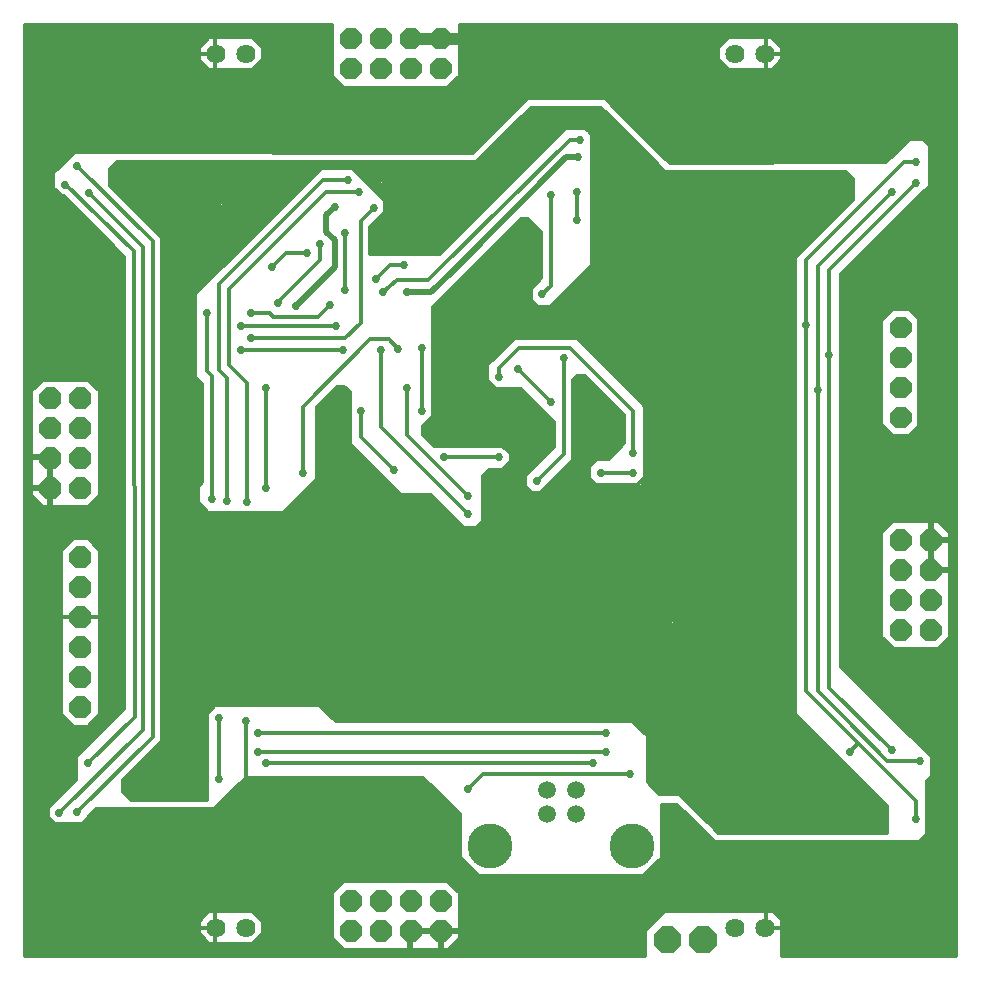
<source format=gbl>
G04 Created by GerbView by Software Companions*
%FSLAX24Y24*%
%MOIN*%
%ADD10C,0.0010*%
%ADD11C,0.0640*%
%ADD12C,0.1496*%
%ADD13C,0.0590*%
%ADD14C,0.0275*%
%ADD15C,0.0118*%
%ADD16C,0.0196*%
%ADD17C,0.0393*%
%ADD18C,0.1181*%
%ADD19C,0.0787*%
%LNEXPORT*%
D02*
D10*
G36*
X28437Y30054D02*
X27692Y30799D01*
X26637D01*
X25892Y30054D01*
Y28999D01*
X26637Y28254D01*
X27692D01*
X28437Y28999D01*
Y30054D01*
G37*
G36*
X5602Y2495D02*
X4857Y3240D01*
X3802D01*
X3057Y2495D01*
Y1440D01*
X3802Y695D01*
X4857D01*
X5602Y1440D01*
Y2495D01*
G37*
D11*
X7586Y1181D03*
D10*
D11*
X6586Y1181D03*
D10*
G36*
X29270Y20548D02*
X29057Y20335D01*
Y20034D01*
X29270Y19821D01*
X29571D01*
X29784Y20034D01*
Y20335D01*
X29571Y20548D01*
X29270D01*
G37*
G36*
X29270Y21548D02*
X29057Y21335D01*
Y21034D01*
X29270Y20821D01*
X29571D01*
X29784Y21034D01*
Y21335D01*
X29571Y21548D01*
X29270D01*
G37*
G36*
X29270Y18548D02*
X29057Y18335D01*
Y18034D01*
X29270Y17821D01*
X29571D01*
X29784Y18034D01*
Y18335D01*
X29571Y18548D01*
X29270D01*
G37*
G36*
X29270Y19548D02*
X29057Y19335D01*
Y19034D01*
X29270Y18821D01*
X29571D01*
X29784Y19034D01*
Y19335D01*
X29571Y19548D01*
X29270D01*
G37*
G36*
X29270Y13461D02*
X29057Y13248D01*
Y12947D01*
X29270Y12734D01*
X29571D01*
X29784Y12947D01*
Y13248D01*
X29571Y13461D01*
X29270D01*
G37*
G36*
X29270Y12461D02*
X29057Y12248D01*
Y11947D01*
X29270Y11734D01*
X29571D01*
X29784Y11947D01*
Y12248D01*
X29571Y12461D01*
X29270D01*
G37*
G36*
X30270Y13461D02*
X30057Y13248D01*
Y12947D01*
X30270Y12734D01*
X30571D01*
X30784Y12947D01*
Y13248D01*
X30571Y13461D01*
X30270D01*
G37*
G36*
X30270Y11461D02*
X30057Y11248D01*
Y10947D01*
X30270Y10734D01*
X30571D01*
X30784Y10947D01*
Y11248D01*
X30571Y11461D01*
X30270D01*
G37*
G36*
X29270Y11461D02*
X29057Y11248D01*
Y10947D01*
X29270Y10734D01*
X29571D01*
X29784Y10947D01*
Y11248D01*
X29571Y11461D01*
X29270D01*
G37*
G36*
X29270Y14461D02*
X29057Y14248D01*
Y13947D01*
X29270Y13734D01*
X29571D01*
X29784Y13947D01*
Y14248D01*
X29571Y14461D01*
X29270D01*
G37*
G36*
X30270Y14461D02*
X30057Y14248D01*
Y13947D01*
X30270Y13734D01*
X30571D01*
X30784Y13947D01*
Y14248D01*
X30571Y14461D01*
X30270D01*
G37*
G36*
X30270Y12461D02*
X30057Y12248D01*
Y11947D01*
X30270Y11734D01*
X30571D01*
X30784Y11947D01*
Y12248D01*
X30571Y12461D01*
X30270D01*
G37*
G36*
X23295Y978D02*
X23025Y1248D01*
X22642D01*
X22372Y978D01*
Y595D01*
X22642Y325D01*
X23025D01*
X23295Y595D01*
Y978D01*
G37*
G36*
X2224Y11159D02*
X2437Y11372D01*
Y11673D01*
X2224Y11886D01*
X1923D01*
X1710Y11673D01*
Y11372D01*
X1923Y11159D01*
X2224D01*
G37*
G36*
X2224Y9159D02*
X2437Y9372D01*
Y9673D01*
X2224Y9886D01*
X1923D01*
X1710Y9673D01*
Y9372D01*
X1923Y9159D01*
X2224D01*
G37*
G36*
X2224Y10159D02*
X2437Y10372D01*
Y10673D01*
X2224Y10886D01*
X1923D01*
X1710Y10673D01*
Y10372D01*
X1923Y10159D01*
X2224D01*
G37*
G36*
X2224Y13159D02*
X2437Y13372D01*
Y13673D01*
X2224Y13886D01*
X1923D01*
X1710Y13673D01*
Y13372D01*
X1923Y13159D01*
X2224D01*
G37*
G36*
X2224Y12159D02*
X2437Y12372D01*
Y12673D01*
X2224Y12886D01*
X1923D01*
X1710Y12673D01*
Y12372D01*
X1923Y12159D01*
X2224D01*
G37*
G36*
X2224Y8159D02*
X2437Y8372D01*
Y8673D01*
X2224Y8886D01*
X1923D01*
X1710Y8673D01*
Y8372D01*
X1923Y8159D01*
X2224D01*
G37*
D11*
X23909Y30314D03*
D10*
D11*
X24909Y30314D03*
D10*
D11*
X23909Y1181D03*
D10*
D11*
X24909Y1181D03*
D10*
D11*
X7586Y30314D03*
D10*
D11*
X6586Y30314D03*
D10*
G36*
X22114Y978D02*
X21844Y1248D01*
X21461D01*
X21191Y978D01*
Y595D01*
X21461Y325D01*
X21844D01*
X22114Y595D01*
Y978D01*
G37*
G36*
X13461Y2224D02*
X13248Y2437D01*
X12947D01*
X12734Y2224D01*
Y1923D01*
X12947Y1710D01*
X13248D01*
X13461Y1923D01*
Y2224D01*
G37*
G36*
X12461Y2224D02*
X12248Y2437D01*
X11947D01*
X11734Y2224D01*
Y1923D01*
X11947Y1710D01*
X12248D01*
X12461Y1923D01*
Y2224D01*
G37*
G36*
X13461Y1224D02*
X13248Y1437D01*
X12947D01*
X12734Y1224D01*
Y923D01*
X12947Y710D01*
X13248D01*
X13461Y923D01*
Y1224D01*
G37*
G36*
X11461Y1224D02*
X11248Y1437D01*
X10947D01*
X10734Y1224D01*
Y923D01*
X10947Y710D01*
X11248D01*
X11461Y923D01*
Y1224D01*
G37*
G36*
X11461Y2224D02*
X11248Y2437D01*
X10947D01*
X10734Y2224D01*
Y1923D01*
X10947Y1710D01*
X11248D01*
X11461Y1923D01*
Y2224D01*
G37*
G36*
X14461Y2224D02*
X14248Y2437D01*
X13947D01*
X13734Y2224D01*
Y1923D01*
X13947Y1710D01*
X14248D01*
X14461Y1923D01*
Y2224D01*
G37*
G36*
X14461Y1224D02*
X14248Y1437D01*
X13947D01*
X13734Y1224D01*
Y923D01*
X13947Y710D01*
X14248D01*
X14461Y923D01*
Y1224D01*
G37*
G36*
X12461Y1224D02*
X12248Y1437D01*
X11947D01*
X11734Y1224D01*
Y923D01*
X11947Y710D01*
X12248D01*
X12461Y923D01*
Y1224D01*
G37*
G36*
X28437Y2495D02*
X27692Y3240D01*
X26637D01*
X25892Y2495D01*
Y1440D01*
X26637Y695D01*
X27692D01*
X28437Y1440D01*
Y2495D01*
G37*
G36*
X12734Y29663D02*
X12947Y29450D01*
X13248D01*
X13461Y29663D01*
Y29964D01*
X13248Y30177D01*
X12947D01*
X12734Y29964D01*
Y29663D01*
G37*
G36*
X11734Y29663D02*
X11947Y29450D01*
X12248D01*
X12461Y29663D01*
Y29964D01*
X12248Y30177D01*
X11947D01*
X11734Y29964D01*
Y29663D01*
G37*
G36*
X12734Y30663D02*
X12947Y30450D01*
X13248D01*
X13461Y30663D01*
Y30964D01*
X13248Y31177D01*
X12947D01*
X12734Y30964D01*
Y30663D01*
G37*
G36*
X10734Y30663D02*
X10947Y30450D01*
X11248D01*
X11461Y30663D01*
Y30964D01*
X11248Y31177D01*
X10947D01*
X10734Y30964D01*
Y30663D01*
G37*
G36*
X10734Y29663D02*
X10947Y29450D01*
X11248D01*
X11461Y29663D01*
Y29964D01*
X11248Y30177D01*
X10947D01*
X10734Y29964D01*
Y29663D01*
G37*
G36*
X13734Y29663D02*
X13947Y29450D01*
X14248D01*
X14461Y29663D01*
Y29964D01*
X14248Y30177D01*
X13947D01*
X13734Y29964D01*
Y29663D01*
G37*
G36*
X13734Y30663D02*
X13947Y30450D01*
X14248D01*
X14461Y30663D01*
Y30964D01*
X14248Y31177D01*
X13947D01*
X13734Y30964D01*
Y30663D01*
G37*
G36*
X11734Y30663D02*
X11947Y30450D01*
X12248D01*
X12461Y30663D01*
Y30964D01*
X12248Y31177D01*
X11947D01*
X11734Y30964D01*
Y30663D01*
G37*
G36*
X2224Y16458D02*
X2437Y16671D01*
Y16972D01*
X2224Y17185D01*
X1923D01*
X1710Y16972D01*
Y16671D01*
X1923Y16458D01*
X2224D01*
G37*
G36*
X2224Y17458D02*
X2437Y17671D01*
Y17972D01*
X2224Y18185D01*
X1923D01*
X1710Y17972D01*
Y17671D01*
X1923Y17458D01*
X2224D01*
G37*
G36*
X1224Y16458D02*
X1437Y16671D01*
Y16972D01*
X1224Y17185D01*
X923D01*
X710Y16972D01*
Y16671D01*
X923Y16458D01*
X1224D01*
G37*
G36*
X1224Y18458D02*
X1437Y18671D01*
Y18972D01*
X1224Y19185D01*
X923D01*
X710Y18972D01*
Y18671D01*
X923Y18458D01*
X1224D01*
G37*
G36*
X2224Y18458D02*
X2437Y18671D01*
Y18972D01*
X2224Y19185D01*
X1923D01*
X1710Y18972D01*
Y18671D01*
X1923Y18458D01*
X2224D01*
G37*
G36*
X2224Y15458D02*
X2437Y15671D01*
Y15972D01*
X2224Y16185D01*
X1923D01*
X1710Y15972D01*
Y15671D01*
X1923Y15458D01*
X2224D01*
G37*
G36*
X1224Y15458D02*
X1437Y15671D01*
Y15972D01*
X1224Y16185D01*
X923D01*
X710Y15972D01*
Y15671D01*
X923Y15458D01*
X1224D01*
G37*
G36*
X1224Y17458D02*
X1437Y17671D01*
Y17972D01*
X1224Y18185D01*
X923D01*
X710Y17972D01*
Y17671D01*
X923Y17458D01*
X1224D01*
G37*
G36*
X5602Y30054D02*
X4857Y30799D01*
X3802D01*
X3057Y30054D01*
Y28999D01*
X3802Y28254D01*
X4857D01*
X5602Y28999D01*
Y30054D01*
G37*
D12*
X15740Y3897D03*
D10*
D13*
X17618Y4964D03*
D10*
D13*
X18602Y5751D03*
D10*
D12*
X20480Y3897D03*
D10*
D13*
X17618Y5751D03*
D10*
D13*
X18602Y4964D03*
D10*
D14*
X18188Y20157D03*
D10*
D14*
X17755Y25590D03*
D10*
D14*
X18622Y24763D03*
D10*
D14*
X18622Y25708D03*
D10*
D14*
X17755Y18700D03*
D10*
D14*
X16023Y16850D03*
D10*
D14*
X14212Y16850D03*
D10*
D14*
X19448Y16338D03*
D10*
D14*
X20511Y16338D03*
D10*
D14*
X17480Y22283D03*
D10*
D14*
X16653Y19803D03*
D10*
D14*
X9251Y21889D03*
D10*
D14*
X8464Y23188D03*
D10*
D14*
X8661Y22007D03*
D10*
D14*
X11929Y22795D03*
D10*
D14*
X10078Y23976D03*
D10*
D14*
X9645Y23661D03*
D10*
D14*
X12874Y23267D03*
D10*
D14*
X8267Y19173D03*
D10*
D14*
X8267Y15826D03*
D10*
D14*
X12952Y19173D03*
D10*
D14*
X15000Y15551D03*
D10*
D14*
X16023Y19527D03*
D10*
D14*
X20511Y17007D03*
D10*
D14*
X29133Y25708D03*
D10*
D14*
X29921Y26692D03*
D10*
D14*
X29921Y25984D03*
D10*
D14*
X29133Y7086D03*
D10*
D14*
X29921Y4803D03*
D10*
D14*
X30078Y6732D03*
D10*
D14*
X26259Y21259D03*
D10*
D14*
X27047Y20275D03*
D10*
D14*
X26653Y19094D03*
D10*
D14*
X1377Y5000D03*
D10*
D14*
X1968Y5039D03*
D10*
D14*
X2322Y6653D03*
D10*
D14*
X1574Y25944D03*
D10*
D14*
X1968Y26574D03*
D10*
D14*
X2362Y25669D03*
D10*
D14*
X7440Y21220D03*
D10*
D14*
X7440Y20433D03*
D10*
D14*
X7755Y20826D03*
D10*
D14*
X10826Y20433D03*
D10*
D14*
X11850Y25157D03*
D10*
D14*
X10590Y21220D03*
D10*
D14*
X8267Y6653D03*
D10*
D14*
X7992Y7047D03*
D10*
D14*
X7992Y7677D03*
D10*
D14*
X19606Y7677D03*
D10*
D14*
X19606Y7047D03*
D10*
D14*
X19173Y6653D03*
D10*
D14*
X27716Y7047D03*
D10*
D14*
X10905Y22440D03*
D10*
D14*
X10905Y24330D03*
D10*
D14*
X12165Y22362D03*
D10*
D14*
X18740Y27440D03*
D10*
D14*
X12086Y20433D03*
D10*
D14*
X15000Y14960D03*
D10*
D14*
X15000Y5787D03*
D10*
D14*
X20393Y6299D03*
D10*
D14*
X6692Y6141D03*
D10*
D14*
X6692Y8149D03*
D10*
D14*
X9488Y16338D03*
D10*
D14*
X12677Y20472D03*
D10*
D14*
X12519Y16417D03*
D10*
D14*
X11417Y18385D03*
D10*
D14*
X13464Y18385D03*
D10*
D14*
X13464Y20511D03*
D10*
D14*
X17283Y16062D03*
D10*
D14*
X29921Y9094D03*
D10*
D14*
X30433Y8582D03*
D10*
D14*
X30905Y9094D03*
D10*
D14*
X7637Y15354D03*
D10*
D14*
X11377Y25708D03*
D10*
D14*
X6968Y15393D03*
D10*
D14*
X10984Y26102D03*
D10*
D14*
X6456Y15472D03*
D10*
D14*
X6299Y21653D03*
D10*
D14*
X7755Y21653D03*
D10*
D14*
X10393Y21929D03*
D10*
D14*
X21929Y3937D03*
D10*
D14*
X21456Y3307D03*
D10*
D14*
X21692Y5078D03*
D10*
D14*
X21614Y4527D03*
D10*
D14*
X18110Y2401D03*
D10*
D14*
X17716Y1968D03*
D10*
D14*
X18503Y1968D03*
D10*
D14*
X18976Y2401D03*
D10*
D14*
X17244Y2401D03*
D10*
D14*
X21692Y5708D03*
D10*
D14*
X21181Y6181D03*
D10*
D14*
X14724Y27283D03*
D10*
D14*
X14055Y26417D03*
D10*
D14*
X7598Y8070D03*
D10*
D14*
X14488Y4606D03*
D10*
D14*
X10551Y25196D03*
D10*
D14*
X10551Y27401D03*
D10*
D14*
X12952Y22362D03*
D10*
D14*
X18661Y26850D03*
D10*
D14*
X17952Y29133D03*
D10*
D14*
X9094Y1574D03*
D10*
D14*
X8582Y1062D03*
D10*
D14*
X5078Y12637D03*
D10*
D14*
X5393Y12637D03*
D10*
D14*
X6535Y27283D03*
D10*
D14*
X748Y20826D03*
D10*
D14*
X1102Y21181D03*
D10*
D14*
X1456Y20826D03*
D10*
D14*
X3228Y22401D03*
D10*
D14*
X2007Y24803D03*
D10*
D14*
X1220Y22834D03*
D10*
D14*
X25590Y9803D03*
D10*
D14*
X25118Y9803D03*
D10*
D14*
X24645Y9803D03*
D10*
D14*
X9763Y9212D03*
D10*
D14*
X9763Y8858D03*
D10*
D14*
X9763Y9566D03*
D10*
D14*
X5039Y19842D03*
D10*
D14*
X5393Y19842D03*
D10*
D14*
X5748Y19842D03*
D10*
D14*
X3582Y26181D03*
D10*
D14*
X3582Y26496D03*
D10*
D14*
X27362Y25551D03*
D10*
D14*
X27362Y25866D03*
D10*
D14*
X27362Y26181D03*
D10*
D14*
X27913Y5236D03*
D10*
D14*
X27913Y4921D03*
D10*
D14*
X27913Y4606D03*
D10*
D14*
X3582Y25866D03*
D10*
D14*
X4330Y6181D03*
D10*
D14*
X4094Y5944D03*
D10*
D14*
X3858Y5708D03*
D10*
D14*
X22047Y6220D03*
D10*
D14*
X22283Y5984D03*
D10*
D14*
X22519Y5748D03*
D10*
D14*
X20196Y11417D03*
D10*
D14*
X20511Y11417D03*
D10*
D14*
X18661Y14094D03*
D10*
D14*
X18110Y14606D03*
D10*
D14*
X9251Y26023D03*
D10*
D14*
X9448Y26220D03*
D10*
D14*
X9645Y26417D03*
D10*
D14*
X25314Y18110D03*
D10*
D14*
X25629Y18110D03*
D10*
D15*
X18622Y24763D02*
X18622Y25708D01*
X14212Y16850D02*
X16023Y16850D01*
X17480Y22283D02*
X17755Y22559D01*
X17755Y22559D02*
X17755Y25590D01*
X16653Y19803D02*
X17755Y18700D01*
X8661Y22007D02*
X8779Y22125D01*
X8779Y22125D02*
X10078Y23425D01*
X10078Y23976D02*
X10078Y23425D01*
X8464Y23188D02*
X8937Y23661D01*
X8937Y23661D02*
X9645Y23661D01*
X12874Y23267D02*
X12401Y23267D01*
X12401Y23267D02*
X11929Y22795D01*
X8267Y15826D02*
X8267Y19173D01*
X12952Y19173D02*
X12952Y17598D01*
X12952Y17598D02*
X15000Y15551D01*
X16023Y19527D02*
X16023Y19842D01*
X20511Y16338D02*
X19448Y16338D01*
X20511Y17007D02*
X20511Y18385D01*
X20511Y18385D02*
X18385Y20511D01*
X18385Y20511D02*
X16692Y20511D01*
X16692Y20511D02*
X16692Y20511D01*
X16692Y20511D02*
X16023Y19842D01*
X30078Y6732D02*
X28976Y6732D01*
X28976Y6732D02*
X27519Y8188D01*
X27519Y8188D02*
X26653Y9055D01*
X26653Y9055D02*
X26653Y23228D01*
X29921Y4803D02*
X29921Y5393D01*
X27559Y7755D02*
X26259Y9055D01*
X26259Y9055D02*
X26259Y14409D01*
X29133Y25708D02*
X26653Y23228D01*
X29921Y25984D02*
X29921Y25984D01*
X29921Y25984D02*
X27047Y23110D01*
X27047Y23110D02*
X27047Y9173D01*
X27047Y9173D02*
X29133Y7086D01*
X1968Y26574D02*
X4488Y24055D01*
X4488Y24055D02*
X4488Y8661D01*
X4488Y8661D02*
X4488Y7519D01*
X4488Y7519D02*
X1968Y5039D01*
X2362Y25669D02*
X4173Y23858D01*
X4173Y23858D02*
X4173Y23267D01*
X4173Y23267D02*
X4173Y7755D01*
X4173Y7755D02*
X1377Y5000D01*
X2322Y6653D02*
X3897Y8188D01*
X3897Y8188D02*
X3897Y8188D01*
X3897Y8188D02*
X3858Y23740D01*
X3858Y23740D02*
X1535Y25984D01*
X1535Y25984D02*
X1574Y25905D01*
X1574Y25905D02*
X1574Y25944D01*
X10826Y20433D02*
X7440Y20433D01*
X10590Y21220D02*
X7440Y21220D01*
X7755Y20826D02*
X10905Y20826D01*
X10905Y20826D02*
X11417Y21338D01*
X11417Y21338D02*
X11417Y24724D01*
X11417Y24724D02*
X11850Y25157D01*
X19606Y7677D02*
X7992Y7677D01*
X19606Y7047D02*
X7992Y7047D01*
X19173Y6653D02*
X8267Y6653D01*
X27716Y7047D02*
X27992Y7322D01*
X29921Y5393D02*
X27992Y7322D01*
X27992Y7322D02*
X27559Y7755D01*
X10905Y24330D02*
X10905Y22440D01*
X12086Y20433D02*
X12086Y17874D01*
X12086Y17874D02*
X15000Y14960D01*
X15000Y5787D02*
X15511Y6299D01*
X15511Y6299D02*
X18661Y6299D01*
X20393Y6299D02*
X18661Y6299D01*
X6692Y8149D02*
X6692Y6141D01*
X9488Y16338D02*
X9488Y18543D01*
X9488Y18543D02*
X11732Y20787D01*
X11732Y20787D02*
X12362Y20787D01*
X12362Y20787D02*
X12677Y20472D01*
X12519Y16417D02*
X11417Y17519D01*
X11417Y17519D02*
X11417Y18385D01*
X13464Y20511D02*
X13464Y18385D01*
X18188Y20157D02*
X18188Y16968D01*
X18188Y16968D02*
X17283Y16062D01*
X31062Y14212D02*
X31062Y14330D01*
X31062Y14330D02*
X30866Y14527D01*
X30866Y14527D02*
X30669Y14724D01*
X30314Y14724D02*
X29173Y14724D01*
X29173Y14724D02*
X28937Y14488D01*
X28937Y14488D02*
X28779Y14330D01*
X28779Y14330D02*
X28779Y11299D01*
X28779Y11299D02*
X28779Y10866D01*
X28779Y10866D02*
X29015Y10629D01*
X29015Y10629D02*
X29173Y10472D01*
X29173Y10472D02*
X30196Y10472D01*
X30196Y10472D02*
X30669Y10472D01*
X30669Y10472D02*
X31023Y10826D01*
X31023Y10826D02*
X31062Y10866D01*
X31062Y10866D02*
X31062Y14133D01*
X31062Y13098D02*
X31062Y14133D01*
X31062Y14133D02*
X31062Y14212D01*
X31062Y14133D02*
X31062Y14094D01*
X31259Y10629D02*
X31259Y30078D01*
X31259Y30078D02*
X31259Y31259D01*
X31259Y31259D02*
X23110Y31259D01*
X23110Y31259D02*
X14724Y31259D01*
X14724Y31259D02*
X14724Y29842D01*
X14724Y29842D02*
X14724Y29566D01*
X14724Y29566D02*
X14448Y29291D01*
X14448Y29291D02*
X14330Y29173D01*
X14330Y29173D02*
X11377Y29173D01*
X11377Y29173D02*
X10866Y29173D01*
X10866Y29173D02*
X10590Y29448D01*
X10590Y29448D02*
X10472Y29566D01*
X10472Y29566D02*
X10472Y30000D01*
X10472Y30000D02*
X10472Y31259D01*
X10472Y31259D02*
X9803Y31259D01*
X9803Y31259D02*
X236Y31259D01*
X236Y31259D02*
X236Y29212D01*
X236Y29212D02*
X236Y236D01*
X236Y236D02*
X6929Y236D01*
X6929Y236D02*
X20905Y236D01*
X20905Y236D02*
X20905Y1023D01*
X20905Y1023D02*
X20905Y1062D01*
X20905Y1062D02*
X21338Y1496D01*
X21338Y1496D02*
X21574Y1732D01*
X21574Y1732D02*
X22795Y1732D01*
X22795Y1732D02*
X22795Y1732D01*
X22795Y1732D02*
X24055Y1732D01*
X24055Y1732D02*
X25157Y1732D01*
X25157Y1732D02*
X25472Y1417D01*
X25472Y1417D02*
X25472Y236D01*
X25472Y236D02*
X28425Y236D01*
X28425Y236D02*
X31259Y236D01*
X31259Y236D02*
X31259Y1732D01*
X31259Y9094D02*
X31259Y1732D01*
X31259Y9094D02*
X30905Y9094D01*
X31259Y9094D02*
X31259Y10629D01*
X14724Y2007D02*
X14724Y2322D01*
X14724Y2322D02*
X14409Y2637D01*
X14409Y2637D02*
X14330Y2716D01*
X14330Y2716D02*
X11220Y2716D01*
X11220Y2716D02*
X10866Y2716D01*
X10866Y2716D02*
X10472Y2322D01*
X10472Y2322D02*
X10472Y2322D01*
X10472Y2322D02*
X10472Y1062D01*
X10472Y1062D02*
X10472Y826D01*
X10472Y826D02*
X10748Y551D01*
X10748Y551D02*
X10866Y433D01*
X14330Y433D02*
X14685Y787D01*
X14685Y787D02*
X14724Y826D01*
X13098Y1074D02*
X13070Y1074D01*
X13070Y433D02*
X13149Y433D01*
X10866Y433D02*
X13070Y433D01*
X13070Y433D02*
X13149Y433D01*
X24055Y1732D02*
X24921Y1732D01*
X24921Y1732D02*
X24921Y1181D01*
X25629Y1181D02*
X24921Y1181D01*
X10472Y826D02*
X8149Y826D01*
X8149Y826D02*
X8149Y1220D01*
X7795Y1732D02*
X6377Y1732D01*
X6377Y1732D02*
X6141Y1496D01*
X6141Y1496D02*
X6023Y1377D01*
X6023Y1377D02*
X6023Y1062D01*
X6023Y1062D02*
X6023Y984D01*
X6023Y984D02*
X6259Y748D01*
X6259Y748D02*
X6377Y629D01*
X7007Y629D02*
X7795Y629D01*
X7795Y629D02*
X8031Y866D01*
X8031Y866D02*
X8149Y984D01*
X8149Y984D02*
X8149Y1377D01*
X8149Y1377D02*
X8149Y1220D01*
X8149Y1377D02*
X7795Y1732D01*
X6377Y1732D02*
X6574Y1732D01*
X6377Y629D02*
X6574Y629D01*
X6574Y629D02*
X7007Y629D01*
X6023Y1062D02*
X6023Y1181D01*
X6023Y1181D02*
X6574Y1181D01*
X6574Y1732D02*
X6574Y1181D01*
X6574Y1181D02*
X6574Y629D01*
X236Y236D02*
X236Y7874D01*
X2047Y7874D02*
X2322Y7874D01*
X2322Y7874D02*
X2598Y8149D01*
X2598Y8149D02*
X2716Y8267D01*
X2716Y8267D02*
X2716Y8700D01*
X2716Y13779D02*
X2401Y14094D01*
X2401Y14094D02*
X2322Y14173D01*
X2322Y14173D02*
X1850Y14173D01*
X1850Y14173D02*
X1653Y13976D01*
X1653Y13976D02*
X1417Y13740D01*
X1417Y13740D02*
X1417Y11535D01*
X1417Y11535D02*
X1417Y8307D01*
X1417Y8307D02*
X1850Y7874D01*
X236Y7874D02*
X1850Y7874D01*
X1850Y7874D02*
X2047Y7874D01*
X2716Y11535D02*
X1417Y11535D01*
X2716Y8700D02*
X2716Y11535D01*
X2716Y11535D02*
X2716Y13779D01*
X7637Y15354D02*
X7637Y19330D01*
X7637Y19330D02*
X7362Y19606D01*
X7362Y19606D02*
X7047Y19921D01*
X7047Y19921D02*
X7047Y21496D01*
X7047Y21496D02*
X7047Y22480D01*
X7047Y22480D02*
X8740Y24173D01*
X8740Y24173D02*
X10275Y25708D01*
X10275Y25708D02*
X11377Y25708D01*
X6968Y15393D02*
X6968Y19488D01*
X6968Y19488D02*
X6692Y19763D01*
X6692Y19763D02*
X6692Y22637D01*
X6692Y22637D02*
X10157Y26102D01*
X11023Y26102D02*
X10157Y26102D01*
X6456Y15472D02*
X6456Y19566D01*
X6456Y19566D02*
X6299Y19724D01*
X6299Y21653D02*
X6299Y19724D01*
X7755Y21653D02*
X8385Y21653D01*
X8385Y21653D02*
X8503Y21535D01*
X8503Y21535D02*
X10000Y21535D01*
X10000Y21535D02*
X10393Y21929D01*
X236Y7874D02*
X236Y15196D01*
X1141Y15196D02*
X2322Y15196D01*
X2322Y15196D02*
X2559Y15433D01*
X2559Y15433D02*
X2716Y15590D01*
X2716Y15590D02*
X2716Y16062D01*
X2716Y16062D02*
X2716Y19055D01*
X2716Y19055D02*
X2440Y19330D01*
X2440Y19330D02*
X2322Y19448D01*
X2322Y19448D02*
X944Y19448D01*
X944Y19448D02*
X826Y19448D01*
X826Y19448D02*
X472Y19094D01*
X472Y19094D02*
X433Y19055D01*
X433Y15590D02*
X826Y15196D01*
X433Y19055D02*
X433Y16850D01*
X9803Y31259D02*
X8149Y31259D01*
X8149Y30314D02*
X8149Y30118D01*
X8149Y30118D02*
X7874Y29842D01*
X7874Y29842D02*
X7795Y29763D01*
X7795Y29763D02*
X7244Y29763D01*
X6377Y29763D02*
X6062Y30078D01*
X6062Y30078D02*
X6023Y30118D01*
X6023Y30118D02*
X6023Y30433D01*
X6023Y30433D02*
X6023Y30511D01*
X6023Y30511D02*
X6377Y30866D01*
X6377Y30866D02*
X6456Y30866D01*
X6456Y30866D02*
X7677Y30866D01*
X7677Y30866D02*
X7795Y30866D01*
X7795Y30866D02*
X8149Y30511D01*
X8149Y31259D02*
X8149Y30511D01*
X8149Y30511D02*
X8149Y30314D01*
X6456Y30866D02*
X6574Y30866D01*
X7244Y29763D02*
X6574Y29763D01*
X6574Y29763D02*
X6377Y29763D01*
X6023Y30118D02*
X6023Y30314D01*
X6023Y30314D02*
X6574Y30314D01*
X6574Y30866D02*
X6574Y30314D01*
X6574Y30314D02*
X6574Y29763D01*
X10472Y31259D02*
X10472Y30826D01*
X31259Y30078D02*
X31259Y21811D01*
X29409Y21811D02*
X29173Y21811D01*
X29173Y21811D02*
X28897Y21535D01*
X28897Y21535D02*
X28779Y21417D01*
X28779Y21417D02*
X28779Y18188D01*
X28779Y18188D02*
X28779Y17952D01*
X28779Y17952D02*
X29094Y17637D01*
X29094Y17637D02*
X29173Y17559D01*
X29173Y17559D02*
X29527Y17559D01*
X29527Y17559D02*
X29685Y17559D01*
X29685Y17559D02*
X29921Y17795D01*
X29921Y17795D02*
X30039Y17913D01*
X30039Y17913D02*
X30039Y18543D01*
X30039Y18543D02*
X30039Y21456D01*
X30039Y21456D02*
X29685Y21811D01*
X29685Y21811D02*
X29409Y21811D01*
X21614Y4527D02*
X21456Y4527D01*
X21456Y3740D02*
X21456Y3503D01*
X21456Y3503D02*
X20944Y2992D01*
X20944Y2992D02*
X20866Y2913D01*
X20866Y2913D02*
X20196Y2913D01*
X20196Y2913D02*
X15354Y2913D01*
X15354Y2913D02*
X14960Y3307D01*
X14960Y3307D02*
X14724Y3543D01*
X14724Y3543D02*
X14724Y4173D01*
X14724Y4173D02*
X14724Y4960D01*
X14724Y4960D02*
X13503Y6181D01*
X7598Y6181D02*
X6535Y5118D01*
X6535Y5118D02*
X2598Y5118D01*
X2598Y5118D02*
X2283Y4803D01*
X2283Y4803D02*
X2125Y4645D01*
X2125Y4645D02*
X1338Y4645D01*
X1338Y4645D02*
X1220Y4645D01*
X1220Y4645D02*
X1023Y4842D01*
X1023Y4842D02*
X984Y4881D01*
X984Y4881D02*
X984Y5157D01*
X984Y5157D02*
X1259Y5433D01*
X1259Y5433D02*
X1929Y6102D01*
X1929Y6102D02*
X1929Y6850D01*
X1929Y6850D02*
X3543Y8464D01*
X3543Y8464D02*
X3543Y23543D01*
X3543Y23543D02*
X1535Y25551D01*
X1535Y25551D02*
X1456Y25551D01*
X1456Y25551D02*
X1181Y25826D01*
X1181Y25826D02*
X1181Y25984D01*
X1181Y25984D02*
X1181Y26338D01*
X1181Y26338D02*
X1889Y27047D01*
X1889Y27047D02*
X15157Y27007D01*
X15157Y27007D02*
X17007Y28818D01*
X17007Y28818D02*
X19566Y28818D01*
X19566Y28818D02*
X20944Y27440D01*
X20944Y27440D02*
X21732Y26653D01*
X21732Y26653D02*
X28622Y26692D01*
X28622Y26692D02*
X28937Y26692D01*
X28937Y26692D02*
X29724Y27480D01*
X29724Y27480D02*
X30157Y27480D01*
X30157Y27480D02*
X30393Y27244D01*
X30393Y27244D02*
X30393Y25905D01*
X30393Y25905D02*
X29606Y25118D01*
X29606Y25118D02*
X27440Y22952D01*
X27440Y22952D02*
X27440Y20039D01*
X27440Y20039D02*
X27440Y9881D01*
X30236Y7086D02*
X30472Y6850D01*
X30472Y6850D02*
X30472Y6220D01*
X30472Y6220D02*
X30314Y6062D01*
X30314Y6062D02*
X30314Y4409D01*
X30314Y4409D02*
X30314Y4291D01*
X30314Y4291D02*
X30039Y4015D01*
X30039Y4015D02*
X23228Y4015D01*
X23228Y4015D02*
X21968Y5275D01*
X21968Y5275D02*
X21456Y5275D01*
X21456Y5275D02*
X21456Y4251D01*
X21456Y4527D02*
X21456Y4251D01*
X21456Y4251D02*
X21456Y3740D01*
X23110Y31259D02*
X23346Y31259D01*
X23346Y30433D02*
X23346Y30118D01*
X23346Y30118D02*
X23503Y29960D01*
X23503Y29960D02*
X23700Y29763D01*
X23700Y29763D02*
X24842Y29763D01*
X24842Y29763D02*
X25118Y29763D01*
X25118Y29763D02*
X25354Y30000D01*
X25354Y30000D02*
X25472Y30118D01*
X25472Y30118D02*
X25472Y30354D01*
X25472Y30354D02*
X25472Y30511D01*
X25472Y30511D02*
X25236Y30748D01*
X25236Y30748D02*
X25118Y30866D01*
X23818Y30866D02*
X23700Y30866D01*
X23700Y30866D02*
X23346Y30511D01*
X23346Y31259D02*
X23346Y30511D01*
X23346Y30511D02*
X23346Y30433D01*
X21692Y5708D02*
X21692Y5629D01*
X21692Y5629D02*
X21850Y5629D01*
X22047Y5629D02*
X23188Y4488D01*
X23188Y4488D02*
X23346Y4330D01*
X23346Y4330D02*
X26141Y4330D01*
X26141Y4330D02*
X28976Y4330D01*
X28976Y4330D02*
X28976Y4881D01*
X28976Y4881D02*
X28976Y5236D01*
X28976Y5236D02*
X27165Y7047D01*
X27165Y7047D02*
X25905Y8307D01*
X25905Y8307D02*
X25905Y10118D01*
X25905Y10118D02*
X25905Y23503D01*
X25905Y23503D02*
X27834Y25433D01*
X27834Y25433D02*
X27834Y26141D01*
X27834Y26141D02*
X27637Y26338D01*
X27637Y26338D02*
X27598Y26377D01*
X27598Y26377D02*
X27086Y26377D01*
X27086Y26377D02*
X21574Y26377D01*
X21574Y26377D02*
X20157Y27795D01*
X20157Y27795D02*
X19448Y28503D01*
X19448Y28503D02*
X17795Y28503D01*
X17795Y28503D02*
X17086Y28503D01*
X17086Y28503D02*
X15472Y26889D01*
X15472Y26889D02*
X15275Y26692D01*
X15275Y26692D02*
X13425Y26692D01*
X13425Y26692D02*
X3307Y26692D01*
X3307Y26692D02*
X3070Y26456D01*
X3070Y26456D02*
X3070Y25905D01*
X3070Y25905D02*
X4173Y24803D01*
X4173Y24803D02*
X4803Y24173D01*
X4803Y24173D02*
X4803Y22401D01*
X4803Y22401D02*
X4803Y7401D01*
X4803Y7401D02*
X4133Y6732D01*
X4133Y6732D02*
X3503Y6102D01*
X3503Y6102D02*
X3503Y5708D01*
X3503Y5708D02*
X3779Y5433D01*
X3779Y5433D02*
X4606Y5433D01*
X4606Y5433D02*
X6299Y5433D01*
X6299Y5433D02*
X6299Y6929D01*
X6299Y6929D02*
X6299Y8307D01*
X6299Y8307D02*
X6574Y8582D01*
X6574Y8582D02*
X6811Y8582D01*
X6811Y8582D02*
X6811Y8582D01*
X6811Y8582D02*
X6811Y8582D01*
X6811Y8582D02*
X8110Y8582D01*
X8110Y8582D02*
X8858Y8582D01*
X8858Y8582D02*
X8858Y8582D01*
X8858Y8582D02*
X9488Y8582D01*
X9488Y8582D02*
X10039Y8582D01*
X10039Y8582D02*
X10590Y8070D01*
X10590Y8070D02*
X19488Y8070D01*
X19488Y8070D02*
X20472Y8070D01*
X20472Y8070D02*
X20984Y7559D01*
X20984Y7559D02*
X20984Y6023D01*
X20984Y6023D02*
X21377Y5629D01*
X21929Y5629D02*
X21377Y5629D01*
X21850Y5629D02*
X21929Y5629D01*
X21929Y5629D02*
X22047Y5629D01*
X7598Y6181D02*
X7598Y8070D01*
X13503Y6181D02*
X7598Y6181D01*
X7598Y6181D02*
X7598Y6181D01*
D16*
X10551Y25196D02*
X10275Y24921D01*
X10275Y24921D02*
X10275Y24724D01*
X10275Y24724D02*
X10275Y24370D01*
X10275Y24370D02*
X10551Y24094D01*
X10551Y24094D02*
X10551Y23188D01*
X10551Y23188D02*
X9251Y21889D01*
D15*
X13661Y22755D02*
X14055Y23149D01*
X18385Y27440D02*
X14055Y23149D01*
X12637Y22755D02*
X13661Y22755D01*
X12637Y22755D02*
X12165Y22362D01*
D16*
X12952Y22362D02*
X13779Y22362D01*
X13779Y22362D02*
X14527Y23110D01*
X14527Y23110D02*
X18267Y26850D01*
X18267Y26850D02*
X18661Y26850D01*
D15*
X18740Y27440D02*
X18385Y27440D01*
X12480Y23622D02*
X11732Y23622D01*
X11732Y23622D02*
X11732Y24527D01*
X11732Y24527D02*
X12244Y25039D01*
X12244Y25039D02*
X12244Y25354D01*
X12244Y25354D02*
X12244Y25393D01*
X12244Y25393D02*
X11377Y26259D01*
X11377Y26259D02*
X11141Y26496D01*
X11141Y26496D02*
X10787Y26496D01*
X10787Y26496D02*
X10118Y26496D01*
X10118Y26496D02*
X6141Y22519D01*
X6141Y22519D02*
X5905Y22283D01*
X5905Y22283D02*
X5905Y21141D01*
X5905Y21141D02*
X5905Y19527D01*
X5905Y19527D02*
X6141Y19291D01*
X6141Y19291D02*
X6141Y16023D01*
X6141Y16023D02*
X5984Y15866D01*
X5984Y15866D02*
X5984Y15354D01*
X5984Y15354D02*
X6338Y15000D01*
X6338Y15000D02*
X8818Y15000D01*
X8818Y15000D02*
X9960Y16141D01*
X9960Y16141D02*
X9960Y18543D01*
X9960Y18543D02*
X10629Y19212D01*
X10629Y19212D02*
X10866Y19212D01*
X10866Y19212D02*
X11062Y19015D01*
X11062Y19015D02*
X11062Y17283D01*
X11062Y17283D02*
X12755Y15590D01*
X12755Y15590D02*
X13779Y15590D01*
X13779Y15590D02*
X14881Y14488D01*
X14881Y14488D02*
X15275Y14488D01*
X15275Y14488D02*
X15511Y14724D01*
X15511Y14724D02*
X15511Y16220D01*
X15511Y16220D02*
X15708Y16417D01*
X15708Y16417D02*
X16141Y16417D01*
X16141Y16417D02*
X16377Y16653D01*
X16377Y16653D02*
X16417Y16692D01*
X16417Y16692D02*
X16417Y16889D01*
X16417Y16889D02*
X16417Y16968D01*
X16417Y16968D02*
X16259Y17125D01*
X16259Y17125D02*
X16141Y17244D01*
X16141Y17244D02*
X15826Y17244D01*
X15826Y17244D02*
X13858Y17244D01*
X13858Y17244D02*
X13740Y17362D01*
X13740Y17362D02*
X13503Y17598D01*
X13503Y17598D02*
X13503Y17913D01*
X13503Y17913D02*
X13818Y18228D01*
X13818Y18228D02*
X13818Y21850D01*
X13818Y21850D02*
X14763Y22795D01*
X14763Y22795D02*
X16771Y24803D01*
X16771Y24803D02*
X17007Y24803D01*
X17007Y24803D02*
X17440Y24370D01*
X17440Y24370D02*
X17440Y23425D01*
X17440Y23425D02*
X17440Y22834D01*
X17440Y22834D02*
X17086Y22480D01*
X17086Y22480D02*
X17086Y22086D01*
X17086Y22086D02*
X17322Y21850D01*
X17322Y21850D02*
X17716Y21850D01*
X17716Y21850D02*
X17992Y22125D01*
X17992Y22125D02*
X19133Y23267D01*
X19133Y23267D02*
X19133Y27362D01*
X19133Y27362D02*
X19133Y27598D01*
X19133Y27598D02*
X19015Y27716D01*
X19015Y27716D02*
X18897Y27834D01*
X18897Y27834D02*
X18503Y27834D01*
X18503Y27834D02*
X18267Y27834D01*
X18267Y27834D02*
X14055Y23622D01*
X14055Y23622D02*
X14055Y26417D01*
X14055Y23622D02*
X12480Y23622D01*
X15826Y17244D02*
X15629Y17244D01*
X15629Y19921D02*
X16417Y20708D01*
X16417Y20708D02*
X16535Y20826D01*
X16535Y20826D02*
X18267Y20826D01*
X18267Y20826D02*
X18622Y20826D01*
X18622Y20826D02*
X20826Y18622D01*
X20826Y18622D02*
X20905Y18543D01*
X20905Y18543D02*
X20905Y16417D01*
X20905Y16417D02*
X20905Y16181D01*
X20905Y16181D02*
X20708Y15984D01*
X20708Y15984D02*
X20669Y15944D01*
X20669Y15944D02*
X19488Y15944D01*
X19488Y15944D02*
X19251Y15944D01*
X19251Y15944D02*
X19015Y16181D01*
X19015Y16181D02*
X19015Y16535D01*
X19015Y16535D02*
X19291Y16811D01*
X19291Y16811D02*
X19685Y16811D01*
X19685Y16811D02*
X20196Y17322D01*
X20196Y17322D02*
X20196Y18267D01*
X20196Y18267D02*
X18897Y19566D01*
X18897Y19566D02*
X18622Y19566D01*
X18622Y19566D02*
X18503Y19448D01*
X18503Y19448D02*
X18503Y16771D01*
X18503Y16771D02*
X17480Y15748D01*
X17480Y15748D02*
X17401Y15669D01*
X17401Y15669D02*
X17125Y15669D01*
X17125Y15669D02*
X16889Y15905D01*
X16889Y15905D02*
X16889Y16220D01*
X16889Y16220D02*
X17874Y17204D01*
X17874Y17204D02*
X17874Y18031D01*
X17874Y18031D02*
X16771Y19133D01*
X16771Y19133D02*
X15944Y19133D01*
X15944Y19133D02*
X15629Y19448D01*
X15629Y19448D02*
X15629Y19527D01*
X15629Y19527D02*
X15629Y17244D01*
X15629Y19527D02*
X15629Y19921D01*
D16*
X433Y16850D02*
X1062Y16850D01*
D15*
X1062Y15196D02*
X1141Y15196D01*
X826Y15196D02*
X1062Y15196D01*
X1062Y15196D02*
X1141Y15196D01*
X433Y15826D02*
X433Y15590D01*
X433Y15826D02*
X433Y15590D01*
X433Y15826D02*
X433Y16850D01*
D16*
X433Y15826D02*
X1062Y15826D01*
X1062Y16850D02*
X1062Y15826D01*
X1062Y15826D02*
X1062Y15196D01*
X13070Y433D02*
X13070Y1062D01*
X13070Y1062D02*
X14724Y1062D01*
D15*
X14724Y1062D02*
X14724Y826D01*
X14724Y1062D02*
X14724Y2007D01*
D16*
X14724Y1062D02*
X14094Y1062D01*
X14094Y1062D02*
X14094Y433D01*
D15*
X14094Y433D02*
X14330Y433D01*
X13149Y433D02*
X14094Y433D01*
X14094Y433D02*
X14330Y433D01*
D16*
X31062Y13098D02*
X30433Y13098D01*
D15*
X30433Y14724D02*
X30314Y14724D01*
X30669Y14724D02*
X30433Y14724D01*
X30433Y14724D02*
X30314Y14724D01*
D16*
X30433Y14094D02*
X31062Y14094D01*
X30433Y13098D02*
X30433Y14094D01*
X30433Y14094D02*
X30433Y14724D01*
D15*
X24842Y29763D02*
X24921Y29763D01*
X25118Y30866D02*
X24921Y30866D01*
X24921Y30866D02*
X23818Y30866D01*
X25472Y30354D02*
X25472Y30314D01*
X25472Y30314D02*
X24921Y30314D01*
X24921Y29763D02*
X24921Y30314D01*
X24921Y30314D02*
X24921Y30866D01*
X29921Y26692D02*
X29527Y26692D01*
X29527Y26692D02*
X26259Y23425D01*
X26259Y23425D02*
X26259Y14409D01*
X27440Y9881D02*
X30236Y7086D01*
D17*
X13098Y30814D02*
X15039Y30814D01*
X15039Y30814D02*
X14921Y30814D01*
X14921Y30814D02*
X14921Y31062D01*
X14921Y31062D02*
X31062Y31062D01*
X31062Y31062D02*
X31062Y28700D01*
D16*
X31181Y14409D02*
X31181Y10905D01*
X31181Y10905D02*
X31181Y10748D01*
X31181Y10748D02*
X31062Y10629D01*
D17*
X31062Y10629D02*
X31062Y433D01*
X31062Y433D02*
X25669Y433D01*
X25669Y433D02*
X25669Y1496D01*
X25669Y1496D02*
X25236Y1929D01*
X25236Y1929D02*
X21456Y1929D01*
X21456Y1929D02*
X20748Y1220D01*
X20748Y1220D02*
X20748Y393D01*
X20748Y393D02*
X14527Y393D01*
D16*
X14527Y393D02*
X14527Y354D01*
X14527Y354D02*
X10944Y354D01*
X10944Y354D02*
X10708Y354D01*
X10708Y354D02*
X10629Y393D01*
D17*
X10629Y393D02*
X433Y433D01*
X433Y433D02*
X433Y15354D01*
D16*
X433Y15354D02*
X354Y15433D01*
X354Y15433D02*
X354Y18858D01*
X354Y18858D02*
X354Y19212D01*
X354Y19212D02*
X433Y19330D01*
D17*
X433Y19330D02*
X433Y31062D01*
X433Y31062D02*
X10275Y31062D01*
X10275Y31062D02*
X10275Y29448D01*
X10275Y29448D02*
X10787Y28937D01*
X10787Y28937D02*
X14448Y28937D01*
X14448Y28937D02*
X14960Y29448D01*
X14960Y29448D02*
X14960Y30826D01*
X14960Y30826D02*
X23425Y30826D01*
X23425Y30826D02*
X23110Y30511D01*
X23110Y30511D02*
X23110Y30078D01*
X23110Y30078D02*
X23622Y29566D01*
X23622Y29566D02*
X25118Y29527D01*
X25118Y29527D02*
X25708Y30118D01*
X25669Y30590D02*
X25708Y30118D01*
X25393Y30826D02*
X25669Y30590D01*
X25393Y30826D02*
X25472Y30748D01*
X25472Y30748D02*
X30472Y30748D01*
X30472Y30748D02*
X30708Y30748D01*
X30708Y30748D02*
X30708Y29015D01*
X30708Y14921D02*
X31023Y14606D01*
X31023Y14606D02*
X31062Y28700D01*
D16*
X31023Y14606D02*
X31181Y14409D01*
D17*
X30708Y14921D02*
X29055Y14921D01*
X29055Y14921D02*
X28740Y14606D01*
X28740Y14606D02*
X28582Y14448D01*
X28582Y14448D02*
X28582Y10787D01*
X28582Y10787D02*
X29133Y10236D01*
X30590Y10275D02*
X29133Y10236D01*
X30826Y10393D02*
X30590Y10275D01*
X25944Y1692D02*
X25393Y2244D01*
X25393Y2244D02*
X21299Y2244D01*
X21299Y2244D02*
X20472Y1417D01*
X20472Y1417D02*
X20472Y629D01*
X20472Y629D02*
X14763Y629D01*
X14763Y629D02*
X14921Y629D01*
X14921Y629D02*
X14921Y2322D01*
X14921Y2322D02*
X14291Y2952D01*
X14291Y2952D02*
X10826Y2952D01*
X10826Y2952D02*
X10275Y2401D01*
X10275Y629D02*
X10275Y2401D01*
X10629Y393D02*
X10354Y669D01*
X10354Y669D02*
X8031Y669D01*
X8031Y669D02*
X8385Y1023D01*
X8385Y1023D02*
X8385Y1417D01*
X8385Y1417D02*
X7874Y1929D01*
X7874Y1929D02*
X6338Y1929D01*
X6338Y1929D02*
X5787Y1377D01*
X5787Y1377D02*
X5787Y984D01*
X6141Y669D02*
X5787Y984D01*
X6141Y669D02*
X6062Y748D01*
X6062Y748D02*
X669Y748D01*
D15*
X236Y15196D02*
X669Y15157D01*
X669Y15157D02*
X826Y15196D01*
D17*
X669Y15157D02*
X826Y15000D01*
X826Y15000D02*
X2362Y15000D01*
X2362Y15000D02*
X2913Y15551D01*
X2913Y15551D02*
X2913Y19094D01*
X2913Y19094D02*
X2362Y19645D01*
X944Y19645D02*
X2362Y19645D01*
X669Y19488D02*
X944Y19645D01*
X669Y19488D02*
X669Y30787D01*
X669Y30787D02*
X6102Y30787D01*
X6102Y30787D02*
X5787Y30472D01*
X6299Y29566D02*
X7834Y29566D01*
X7834Y29566D02*
X8385Y30118D01*
X8385Y30118D02*
X8385Y30748D01*
X8385Y30748D02*
X8307Y30826D01*
X8307Y30826D02*
X8070Y30826D01*
X8070Y30826D02*
X8188Y30708D01*
X8188Y30708D02*
X10000Y30708D01*
X10000Y30708D02*
X10000Y29251D01*
X10000Y29251D02*
X10551Y28700D01*
X10551Y28700D02*
X14724Y28700D01*
X14724Y28700D02*
X15393Y29370D01*
X15393Y29370D02*
X15314Y29448D01*
X15314Y29448D02*
X15314Y30551D01*
X15314Y30551D02*
X22834Y30551D01*
X22834Y30551D02*
X22834Y29921D01*
X22834Y29921D02*
X23582Y29173D01*
X23582Y29173D02*
X25236Y29173D01*
X25236Y29173D02*
X25984Y29921D01*
X25984Y29921D02*
X25984Y30472D01*
X30708Y29015D02*
X30669Y24409D01*
X30669Y24409D02*
X30708Y14921D01*
X30708Y14921D02*
X30354Y15275D01*
X30354Y15275D02*
X28937Y15275D01*
X28937Y15275D02*
X28228Y14566D01*
X28228Y14566D02*
X28228Y10708D01*
X28228Y10708D02*
X28976Y9960D01*
X28976Y9960D02*
X30511Y9960D01*
X30511Y9960D02*
X30669Y9803D01*
X30826Y10393D02*
X30669Y1102D01*
X30669Y1102D02*
X30826Y748D01*
X26220Y3110D02*
X26220Y2283D01*
X26220Y2283D02*
X25669Y2283D01*
X25669Y2283D02*
X25669Y2598D01*
X25669Y2598D02*
X21299Y2598D01*
X21299Y2598D02*
X20157Y1456D01*
X20157Y1456D02*
X20157Y866D01*
X20157Y866D02*
X15236Y866D01*
X15236Y866D02*
X15236Y2519D01*
X15236Y2519D02*
X14370Y3307D01*
X10787Y3346D02*
X9960Y2519D01*
X9960Y2519D02*
X9960Y1023D01*
X9960Y1023D02*
X8582Y1062D01*
X8582Y1062D02*
X8582Y1653D01*
X8582Y1653D02*
X8031Y2204D01*
X8031Y2204D02*
X6181Y2204D01*
X6181Y2204D02*
X5984Y2007D01*
X5984Y2007D02*
X5472Y1496D01*
X5472Y1496D02*
X5472Y984D01*
X5472Y984D02*
X787Y984D01*
X787Y984D02*
X787Y6220D01*
X669Y15157D02*
X787Y6220D01*
X787Y6220D02*
X669Y748D01*
X826Y15000D02*
X826Y14645D01*
X826Y14645D02*
X2440Y14645D01*
X2440Y14645D02*
X3307Y15511D01*
X3307Y15511D02*
X3307Y19212D01*
X3307Y19212D02*
X2559Y19960D01*
X2559Y19960D02*
X984Y19960D01*
X984Y19960D02*
X984Y30511D01*
X984Y30511D02*
X5629Y30511D01*
X5629Y29606D02*
X5748Y29606D01*
X5748Y29606D02*
X6102Y29251D01*
X6102Y29251D02*
X8031Y29251D01*
X8031Y29251D02*
X8700Y29921D01*
X8700Y29921D02*
X8700Y30354D01*
X8700Y30354D02*
X9685Y30354D01*
X9685Y30354D02*
X9685Y29094D01*
X9685Y29094D02*
X10354Y28425D01*
X10354Y28425D02*
X14960Y28425D01*
X14960Y28425D02*
X15629Y29094D01*
X15629Y29094D02*
X15629Y30196D01*
X15629Y30196D02*
X22519Y30196D01*
X22519Y30196D02*
X22519Y29803D01*
X22519Y29803D02*
X23385Y28937D01*
X23385Y28937D02*
X25433Y28937D01*
X25433Y28937D02*
X25748Y29251D01*
X25748Y29251D02*
X25748Y30118D01*
X25748Y30118D02*
X30314Y30118D01*
X30551Y30472D02*
X30669Y24409D01*
X30354Y27480D02*
X30314Y30118D01*
X30354Y27480D02*
X30157Y27677D01*
X30157Y27677D02*
X29566Y27677D01*
X29566Y27677D02*
X28779Y26889D01*
X28779Y26889D02*
X21771Y26889D01*
X21771Y26889D02*
X19606Y29055D01*
X19606Y29055D02*
X17007Y29055D01*
X17007Y29055D02*
X15196Y27244D01*
X15196Y27244D02*
X6220Y27244D01*
X6220Y27244D02*
X1850Y27244D01*
X1850Y27244D02*
X1220Y26614D01*
X1220Y26614D02*
X1220Y30196D01*
X1220Y30196D02*
X2834Y30196D01*
X2834Y30196D02*
X4763Y30196D01*
X4763Y30196D02*
X5944Y29015D01*
X5944Y29015D02*
X8031Y29015D01*
X8031Y29015D02*
X9055Y30039D01*
X9055Y30039D02*
X9448Y30039D01*
X9448Y30039D02*
X9448Y29173D01*
X9448Y29173D02*
X10511Y28110D01*
X10511Y28110D02*
X15039Y28110D01*
X15039Y28110D02*
X15984Y29055D01*
X15984Y29055D02*
X15984Y29881D01*
X15984Y29881D02*
X22322Y29881D01*
X22322Y29881D02*
X23582Y28622D01*
X23582Y28622D02*
X25590Y28622D01*
X25590Y28622D02*
X25787Y28818D01*
X25787Y28818D02*
X26771Y29803D01*
X26771Y29803D02*
X30000Y29803D01*
X30000Y29803D02*
X30000Y27992D01*
X30000Y27992D02*
X29488Y27992D01*
X29488Y27992D02*
X28740Y27244D01*
X28740Y27244D02*
X21929Y27244D01*
X21929Y27244D02*
X19803Y29370D01*
X19803Y29370D02*
X17007Y29370D01*
X17007Y29370D02*
X15196Y27559D01*
X15196Y27559D02*
X1889Y27559D01*
X1496Y27204D02*
X1889Y27559D01*
X1496Y27204D02*
X1496Y29881D01*
X1496Y29881D02*
X2913Y29881D01*
X2913Y29881D02*
X3976Y28818D01*
X3976Y28818D02*
X8267Y28818D01*
X9173Y29724D02*
X8267Y28818D01*
X9173Y29724D02*
X9173Y28976D01*
X9173Y28976D02*
X10275Y27874D01*
X10275Y27874D02*
X15039Y27874D01*
X15039Y27874D02*
X16338Y29173D01*
X16338Y29606D02*
X16338Y29173D01*
X16338Y29606D02*
X16338Y29566D01*
X16338Y29566D02*
X16574Y29330D01*
X16692Y29606D02*
X16574Y29330D01*
X16692Y29606D02*
X22165Y29606D01*
X22165Y29606D02*
X23385Y28385D01*
X25551Y28385D02*
X23385Y28385D01*
X26614Y29448D02*
X29724Y29448D01*
X29724Y29448D02*
X29724Y28307D01*
X29724Y28307D02*
X29370Y28307D01*
X29370Y28307D02*
X28661Y27598D01*
X28661Y27598D02*
X22047Y27598D01*
X20236Y29370D02*
X22047Y27598D01*
X20236Y29370D02*
X21889Y29370D01*
X21889Y29370D02*
X23149Y28110D01*
X23149Y28110D02*
X25748Y28110D01*
X25748Y28110D02*
X26102Y28464D01*
X26102Y28464D02*
X26771Y29133D01*
X26771Y29133D02*
X29448Y29133D01*
X29448Y29133D02*
X29448Y28700D01*
X29448Y28700D02*
X28582Y27834D01*
X28582Y27834D02*
X22125Y27834D01*
X22125Y27834D02*
X20826Y29133D01*
X20826Y29133D02*
X21692Y29133D01*
X21692Y29133D02*
X22755Y28070D01*
X22755Y28070D02*
X22204Y28070D01*
X21456Y28858D02*
X22204Y28070D01*
X28464Y28110D02*
X29212Y28858D01*
X29212Y28858D02*
X26889Y28858D01*
X26889Y28858D02*
X26338Y28188D01*
X25748Y28110D02*
X26338Y28188D01*
X26338Y28188D02*
X28464Y28110D01*
X28464Y28110D02*
X28346Y28110D01*
X28346Y28110D02*
X28070Y28385D01*
X28070Y28385D02*
X28307Y28622D01*
X28307Y28622D02*
X28622Y28622D01*
X28425Y28425D02*
X28622Y28622D01*
X9173Y28976D02*
X9094Y29055D01*
X9094Y29055D02*
X8858Y29055D01*
X8858Y29055D02*
X8858Y28897D01*
X8858Y28897D02*
X9960Y27795D01*
X9960Y27795D02*
X1771Y27795D01*
X1771Y27795D02*
X1771Y29527D01*
X2755Y29527D02*
X1771Y29527D01*
X2755Y29527D02*
X3503Y28779D01*
X3503Y28779D02*
X8582Y28779D01*
X9330Y28031D02*
X2086Y28031D01*
X2086Y28031D02*
X2086Y29173D01*
X2086Y29173D02*
X2637Y29173D01*
X2637Y29173D02*
X3543Y28267D01*
X3543Y28267D02*
X2440Y28267D01*
X2440Y28267D02*
X2440Y28858D01*
X2874Y28503D02*
X2440Y28858D01*
X9330Y28031D02*
X8937Y28425D01*
X30669Y9803D02*
X30472Y9803D01*
X30472Y9803D02*
X30472Y7086D01*
X30472Y7086D02*
X27637Y9921D01*
X27637Y9921D02*
X27637Y22874D01*
X30393Y25669D02*
X27637Y22874D01*
X30393Y25669D02*
X30393Y15551D01*
X30393Y15551D02*
X28779Y15551D01*
X28779Y15551D02*
X27952Y14724D01*
X27952Y14724D02*
X27952Y10551D01*
X27952Y10551D02*
X28858Y9645D01*
X28858Y9645D02*
X30196Y9645D01*
X30196Y9645D02*
X30196Y7716D01*
X27834Y10236D02*
X30196Y7716D01*
X27834Y10236D02*
X28740Y9330D01*
X28740Y9330D02*
X29921Y9330D01*
X29921Y9330D02*
X29960Y9291D01*
X29251Y9133D02*
X29960Y8385D01*
X29251Y9133D02*
X29448Y8937D01*
X29921Y9094D02*
X29448Y8937D01*
X29960Y9291D02*
X29921Y9094D01*
X29921Y9094D02*
X29960Y8385D01*
X27952Y14724D02*
X27952Y22874D01*
X27952Y22874D02*
X30118Y25039D01*
X30118Y25039D02*
X30196Y24960D01*
X28188Y15354D02*
X28188Y22716D01*
X28188Y22716D02*
X29960Y24488D01*
X29960Y21771D02*
X29960Y24488D01*
D15*
X31259Y21811D02*
X29960Y21771D01*
X29960Y21771D02*
X29685Y21811D01*
D17*
X29960Y21771D02*
X29685Y22047D01*
X29685Y22047D02*
X29685Y23858D01*
X29685Y23858D02*
X28543Y22755D01*
X28503Y15826D02*
X30196Y15826D01*
X28503Y15826D02*
X28188Y15354D01*
X28503Y15826D02*
X28503Y16102D01*
X28503Y16102D02*
X29881Y16102D01*
X30196Y17637D02*
X30196Y15826D01*
X30196Y24960D02*
X30196Y17637D01*
X30196Y17637D02*
X29881Y16102D01*
X30196Y17637D02*
X30039Y17637D01*
X30039Y17637D02*
X29842Y17440D01*
X29842Y17440D02*
X29842Y16417D01*
X29842Y16417D02*
X28818Y16417D01*
X28818Y16417D02*
X28818Y16732D01*
X28818Y16732D02*
X29566Y16732D01*
X29566Y16732D02*
X29566Y17047D01*
X29566Y17047D02*
X28779Y17047D01*
X28779Y17047D02*
X28779Y17362D01*
X28779Y17362D02*
X29566Y17362D01*
X29566Y17362D02*
X29094Y17362D01*
X29094Y17362D02*
X28543Y17834D01*
X28543Y22755D02*
X28543Y17834D01*
X28543Y17834D02*
X28503Y15826D01*
X29685Y22047D02*
X29173Y22047D01*
X29173Y22047D02*
X28740Y21614D01*
X28740Y21614D02*
X28740Y22519D01*
X28740Y22519D02*
X29448Y23228D01*
X29448Y23228D02*
X29448Y22755D01*
X29448Y22755D02*
X28976Y22283D01*
X29370Y22362D02*
X28976Y22283D01*
X30669Y1102D02*
X30511Y1259D01*
X30669Y9803D02*
X30669Y5984D01*
X30669Y5984D02*
X30669Y1102D01*
X30669Y5984D02*
X30472Y5984D01*
X30472Y5984D02*
X30472Y4133D01*
X30511Y1259D02*
X30472Y4133D01*
X30472Y4133D02*
X30669Y5984D01*
X30472Y4133D02*
X30118Y3779D01*
X30118Y3779D02*
X23307Y3779D01*
X23307Y3779D02*
X23228Y3779D01*
X23228Y3779D02*
X21889Y5118D01*
X21889Y5118D02*
X21653Y5118D01*
X21653Y5118D02*
X21653Y3543D01*
X21653Y3543D02*
X21653Y3425D01*
X21653Y3425D02*
X21023Y2795D01*
X21023Y2795D02*
X20905Y2677D01*
X20905Y2677D02*
X15354Y2677D01*
X15354Y2677D02*
X14527Y3464D01*
X14527Y3464D02*
X14566Y4881D01*
X14566Y4881D02*
X13464Y5984D01*
X13464Y5984D02*
X7716Y5984D01*
X7716Y5984D02*
X6614Y4881D01*
X6614Y4881D02*
X2677Y4881D01*
X2677Y4881D02*
X2204Y4409D01*
X2204Y4409D02*
X1338Y4409D01*
X984Y4606D02*
X1338Y4409D01*
X984Y4606D02*
X1102Y4488D01*
X1102Y4488D02*
X1102Y1299D01*
X1102Y1299D02*
X4803Y1299D01*
X4803Y1299D02*
X6062Y2559D01*
X6062Y2559D02*
X7716Y2559D01*
X7716Y2559D02*
X8897Y1377D01*
X9685Y1377D02*
X9685Y2677D01*
X9685Y2677D02*
X10629Y3622D01*
X10629Y3622D02*
X14330Y3622D01*
X14330Y3622D02*
X14330Y4685D01*
X14330Y4685D02*
X13346Y5669D01*
X13346Y5669D02*
X7952Y5669D01*
X7952Y5669D02*
X6811Y4527D01*
X6811Y4527D02*
X2795Y4527D01*
X2795Y4527D02*
X2401Y4133D01*
X2401Y4133D02*
X1456Y4133D01*
X1456Y4133D02*
X1456Y1614D01*
X1456Y1614D02*
X4606Y1614D01*
X4606Y1614D02*
X5905Y2913D01*
X5905Y2913D02*
X7755Y2913D01*
X7755Y2913D02*
X9094Y1574D01*
X8897Y1377D02*
X9094Y1574D01*
X9094Y1574D02*
X9094Y1299D01*
X9094Y1299D02*
X9409Y1299D01*
X9094Y1574D02*
X9409Y1299D01*
X9409Y1299D02*
X9685Y1377D01*
X9409Y1299D02*
X9409Y2913D01*
X9409Y2913D02*
X10472Y3976D01*
X10472Y3976D02*
X14015Y3976D01*
X14015Y3976D02*
X14015Y4527D01*
X14015Y4527D02*
X13188Y5354D01*
X13188Y5354D02*
X8110Y5354D01*
X8110Y5354D02*
X6968Y4212D01*
X6968Y4212D02*
X2913Y4212D01*
X2913Y4212D02*
X2519Y3818D01*
X2519Y3818D02*
X1732Y3818D01*
X1732Y3818D02*
X1732Y1968D01*
X1732Y1968D02*
X2834Y1968D01*
X2834Y1968D02*
X4488Y1968D01*
X4488Y1968D02*
X5708Y3188D01*
X5708Y3188D02*
X7874Y3188D01*
X7874Y3188D02*
X9173Y1889D01*
X9173Y1889D02*
X9173Y3188D01*
X9173Y3188D02*
X10314Y4330D01*
X13740Y4291D02*
X10314Y4330D01*
X13740Y4291D02*
X12992Y5039D01*
X12992Y5039D02*
X8228Y5039D01*
X8228Y5039D02*
X7047Y3858D01*
X7047Y3858D02*
X3070Y3858D01*
X3070Y3858D02*
X2677Y3464D01*
X2677Y3464D02*
X2007Y3464D01*
X2007Y3464D02*
X2007Y2322D01*
X2007Y2322D02*
X2874Y2322D01*
X2874Y2322D02*
X4291Y2322D01*
X4291Y2322D02*
X5511Y3543D01*
X5511Y3543D02*
X7913Y3543D01*
X7913Y3543D02*
X8937Y2519D01*
X8937Y2519D02*
X8937Y3385D01*
X8937Y3385D02*
X10157Y4606D01*
X13110Y4566D02*
X10157Y4606D01*
X13110Y4566D02*
X12952Y4724D01*
X12952Y4724D02*
X8385Y4724D01*
X7362Y3818D02*
X8385Y4724D01*
X7362Y3818D02*
X7992Y3818D01*
X7992Y3818D02*
X8700Y3110D01*
X8700Y3110D02*
X8700Y3464D01*
X8700Y3464D02*
X9645Y4409D01*
X9645Y4409D02*
X8464Y4409D01*
X8464Y4409D02*
X8031Y4055D01*
X8031Y4055D02*
X8149Y4015D01*
X8149Y4015D02*
X8503Y3661D01*
X8503Y3661D02*
X8543Y3661D01*
X8543Y3661D02*
X9015Y4133D01*
X8503Y4015D02*
X9015Y4133D01*
X2677Y3464D02*
X2322Y3110D01*
X2322Y3110D02*
X2322Y2637D01*
X4212Y2637D02*
X5196Y3622D01*
X3307Y3622D02*
X2598Y2913D01*
X4055Y2913D02*
X4566Y3425D01*
X3503Y3425D02*
X3228Y3149D01*
X3228Y3149D02*
X3503Y3149D01*
X3503Y3149D02*
X3818Y3464D01*
X5196Y3622D02*
X3818Y3464D01*
X3818Y3464D02*
X3307Y3622D01*
X4566Y3425D02*
X3818Y3464D01*
X3818Y3464D02*
X3503Y3425D01*
X15236Y866D02*
X15629Y866D01*
X15629Y866D02*
X15590Y2401D01*
X20748Y2440D02*
X15590Y2401D01*
X20748Y2440D02*
X19842Y1535D01*
X19842Y1535D02*
X19842Y1141D01*
X19842Y1141D02*
X15984Y1141D01*
X15984Y1141D02*
X15944Y2125D01*
X20118Y2125D02*
X15944Y2125D01*
X19566Y1417D02*
X20118Y2125D01*
X19566Y1417D02*
X16299Y1417D01*
X16299Y1417D02*
X16299Y1850D01*
X19566Y1850D02*
X16299Y1850D01*
X19566Y1850D02*
X19330Y1614D01*
X19330Y1614D02*
X16574Y1614D01*
X21299Y2598D02*
X21889Y3188D01*
X21889Y3188D02*
X21889Y4724D01*
X21889Y4724D02*
X23110Y3503D01*
X23110Y3503D02*
X30236Y3503D01*
X30236Y3503D02*
X30236Y1456D01*
X30236Y1456D02*
X28543Y1456D01*
X28543Y1456D02*
X27283Y1456D01*
X27283Y1456D02*
X25866Y2874D01*
X21929Y2874D02*
X22125Y3070D01*
X22125Y4055D02*
X22992Y3188D01*
X22992Y3188D02*
X29960Y3188D01*
X29960Y3188D02*
X29960Y1732D01*
X29960Y1732D02*
X28622Y1732D01*
X28267Y2913D02*
X29606Y2913D01*
X29606Y2913D02*
X29606Y2007D01*
X29606Y2007D02*
X28897Y2007D01*
X29370Y2598D02*
X29251Y2283D01*
X29094Y2519D02*
X29251Y2283D01*
X29094Y2519D02*
X29370Y2598D01*
X22992Y3188D02*
X22480Y3188D01*
X22480Y3188D02*
X22244Y3425D01*
X22125Y3070D02*
X22244Y3425D01*
X22244Y3425D02*
X22125Y4055D01*
X3307Y19212D02*
X3307Y23464D01*
X3307Y23464D02*
X1220Y25551D01*
X1220Y25551D02*
X1220Y20275D01*
X1220Y20275D02*
X2480Y20275D01*
X3070Y19881D02*
X3070Y23346D01*
X3070Y23346D02*
X1496Y24921D01*
X1496Y24921D02*
X1496Y20472D01*
X1496Y20472D02*
X2755Y20314D01*
X2755Y20314D02*
X2480Y20275D01*
X2755Y20314D02*
X3070Y19881D01*
X2755Y20314D02*
X2755Y23307D01*
X2755Y23307D02*
X1771Y24291D01*
X1771Y24291D02*
X1771Y20669D01*
X1771Y20669D02*
X2480Y20669D01*
X2480Y20669D02*
X2480Y23228D01*
X2480Y23228D02*
X2007Y23700D01*
X2007Y23700D02*
X2007Y20944D01*
X2007Y20944D02*
X2204Y20944D01*
X2244Y23110D02*
X2204Y20944D01*
X3307Y8543D02*
X1692Y6929D01*
X1692Y6929D02*
X1692Y6062D01*
X1692Y6062D02*
X984Y5354D01*
X984Y5354D02*
X984Y14370D01*
X2559Y14370D02*
X2598Y14370D01*
X2598Y14370D02*
X3307Y14960D01*
X3307Y15511D02*
X3307Y14960D01*
X3307Y14960D02*
X3307Y8543D01*
X2598Y14133D02*
X2795Y14330D01*
X2795Y14330D02*
X2992Y14330D01*
X2598Y14133D02*
X2992Y14330D01*
X2992Y14330D02*
X3307Y14960D01*
X2874Y8425D02*
X3070Y8622D01*
X2874Y8425D02*
X3070Y8622D01*
X2913Y13779D02*
X2874Y8425D01*
X2913Y13779D02*
X2992Y14330D01*
X2913Y13779D02*
X3070Y8622D01*
X2913Y13779D02*
X2322Y14370D01*
X2322Y14370D02*
X1614Y14370D01*
X984Y14370D02*
X1614Y14370D01*
X1614Y14370D02*
X2559Y14370D01*
X1614Y14370D02*
X1614Y14212D01*
X1614Y14212D02*
X1417Y14015D01*
X1417Y14015D02*
X1220Y14015D01*
X1220Y14015D02*
X1220Y5984D01*
X1220Y5984D02*
X1456Y5984D01*
X1456Y5984D02*
X1456Y8070D01*
X1456Y8070D02*
X1811Y7716D01*
X1811Y7716D02*
X2165Y7716D01*
X1653Y7283D02*
X1692Y7519D01*
X1653Y7283D02*
X1692Y7519D01*
X1692Y7519D02*
X2165Y7716D01*
X3385Y26496D02*
X3582Y26496D01*
X3385Y26496D02*
X3267Y26377D01*
X3267Y26377D02*
X3267Y25984D01*
X3267Y25984D02*
X5039Y24212D01*
X5039Y24212D02*
X5039Y7322D01*
X5039Y7322D02*
X3700Y5984D01*
X3700Y5984D02*
X3700Y5748D01*
X3700Y5748D02*
X3818Y5629D01*
X3818Y5629D02*
X6141Y5629D01*
X6141Y5629D02*
X6141Y8425D01*
X6141Y8425D02*
X6456Y8740D01*
X6456Y8740D02*
X10196Y8740D01*
X10196Y8740D02*
X10708Y8228D01*
X10708Y8228D02*
X20590Y8228D01*
X20590Y8228D02*
X21141Y7677D01*
X21141Y7677D02*
X21141Y6102D01*
X21141Y6102D02*
X21456Y5787D01*
X21456Y5787D02*
X22125Y5787D01*
X22125Y5787D02*
X23425Y4488D01*
X23425Y4488D02*
X28779Y4488D01*
X28779Y4488D02*
X28779Y5118D01*
X28779Y5118D02*
X25669Y8228D01*
X25669Y8228D02*
X25669Y23503D01*
X25669Y23503D02*
X27598Y25433D01*
X27598Y25433D02*
X27598Y26102D01*
X27598Y26102D02*
X27519Y26181D01*
X27519Y26181D02*
X21614Y26181D01*
X21614Y26181D02*
X21417Y26181D01*
X21417Y26181D02*
X19291Y28307D01*
X19291Y28307D02*
X17165Y28307D01*
X17165Y28307D02*
X15354Y26496D01*
X11417Y26496D02*
X15354Y26496D01*
D16*
X11417Y26496D02*
X11338Y26574D01*
X11338Y26574D02*
X11102Y26574D01*
X11102Y26574D02*
X10039Y26574D01*
X10039Y26574D02*
X10000Y26535D01*
D17*
X3897Y26535D02*
X3582Y26181D01*
X3582Y26181D02*
X5275Y24488D01*
X5275Y24488D02*
X5275Y7244D01*
X3700Y5984D02*
X5866Y5984D01*
X5866Y5984D02*
X5866Y8622D01*
X5866Y8622D02*
X6299Y9055D01*
X6299Y9055D02*
X10393Y9055D01*
X10393Y9055D02*
X10866Y8582D01*
X10866Y8582D02*
X20708Y8582D01*
X20708Y8582D02*
X21456Y7834D01*
X21456Y6220D02*
X21456Y7834D01*
X21456Y6220D02*
X21535Y6141D01*
X21535Y6141D02*
X22204Y6141D01*
X22204Y6141D02*
X23543Y4803D01*
X23543Y4803D02*
X28503Y4803D01*
X28503Y4803D02*
X28503Y4960D01*
X28503Y4960D02*
X25354Y8110D01*
X25354Y8110D02*
X25354Y23700D01*
X25354Y23700D02*
X27204Y25551D01*
X27204Y25551D02*
X27204Y25826D01*
X27204Y25826D02*
X21338Y25826D01*
X19133Y28031D02*
X17283Y28031D01*
X17283Y28031D02*
X15472Y26220D01*
X15472Y26220D02*
X11614Y26220D01*
X11614Y26220D02*
X12480Y25354D01*
X12480Y25354D02*
X12480Y25039D01*
X12480Y25039D02*
X11929Y24488D01*
X11929Y24488D02*
X11929Y23818D01*
X11929Y23818D02*
X14015Y23818D01*
X14015Y23818D02*
X18031Y27834D01*
X18031Y27834D02*
X17559Y27834D01*
X17559Y27834D02*
X15669Y25944D01*
X12283Y25944D02*
X15669Y25944D01*
X12283Y25944D02*
X12834Y25393D01*
X12834Y25393D02*
X12834Y25078D01*
X12834Y25078D02*
X12204Y24448D01*
X12204Y24448D02*
X12204Y24133D01*
X12204Y24133D02*
X13897Y24133D01*
X13897Y24133D02*
X15472Y25708D01*
X12913Y25708D02*
X15472Y25708D01*
X12913Y25708D02*
X13188Y25433D01*
X13188Y25433D02*
X14842Y25433D01*
X14842Y25433D02*
X13779Y24370D01*
X13779Y24370D02*
X12598Y24370D01*
X12598Y24370D02*
X13149Y24921D01*
X13149Y24921D02*
X13149Y25196D01*
X13149Y25196D02*
X13228Y25118D01*
X13228Y25118D02*
X14212Y25118D01*
X13188Y24645D02*
X13385Y24842D01*
X13385Y24842D02*
X13818Y24763D01*
X13818Y24763D02*
X14212Y25118D01*
X13818Y24763D02*
X13188Y24645D01*
X19133Y28031D02*
X19094Y27874D01*
X19094Y27874D02*
X19370Y27716D01*
X21338Y25826D02*
X19370Y27716D01*
X19370Y27716D02*
X19133Y28031D01*
X19370Y27716D02*
X19370Y23149D01*
X19370Y23149D02*
X17874Y21653D01*
X17874Y21653D02*
X17165Y21653D01*
X17165Y21653D02*
X16850Y21968D01*
X16850Y21968D02*
X16850Y22559D01*
X16850Y22559D02*
X17244Y22952D01*
X17244Y22952D02*
X17244Y24251D01*
X17244Y24251D02*
X16889Y24606D01*
X16889Y24606D02*
X14055Y21771D01*
X14055Y21771D02*
X14055Y18188D01*
X14055Y18188D02*
X13740Y17874D01*
X13740Y17874D02*
X13740Y17677D01*
X13740Y17677D02*
X13937Y17480D01*
X13937Y17480D02*
X15472Y17480D01*
X15472Y17480D02*
X15472Y20078D01*
X15472Y20078D02*
X16456Y21062D01*
X16456Y21062D02*
X18700Y21062D01*
X18700Y21062D02*
X21102Y18661D01*
X21102Y18661D02*
X21102Y16023D01*
X21102Y16023D02*
X20826Y15748D01*
X20826Y15748D02*
X19133Y15748D01*
X19133Y15748D02*
X18818Y16062D01*
X18818Y16062D02*
X18818Y16692D01*
X18818Y16692D02*
X19173Y17047D01*
X19173Y17047D02*
X19566Y17047D01*
X19566Y17047D02*
X20000Y17480D01*
X20000Y17480D02*
X20000Y18110D01*
X20000Y18110D02*
X18700Y19409D01*
X18661Y16968D02*
X18700Y19409D01*
X19645Y17598D02*
X19645Y17952D01*
X18897Y18779D02*
X19645Y17952D01*
X18897Y18779D02*
X19291Y18385D01*
X19291Y18385D02*
X19370Y17362D01*
X19370Y17362D02*
X19645Y17598D01*
X18897Y18779D02*
X18976Y18700D01*
X18976Y18700D02*
X19015Y17322D01*
X19015Y17322D02*
X18661Y16968D01*
X19015Y17322D02*
X19370Y17362D01*
X18661Y16968D02*
X18661Y16653D01*
X18661Y16653D02*
X17480Y15472D01*
X17480Y15472D02*
X17047Y15472D01*
X17047Y15472D02*
X16732Y15787D01*
X16732Y15787D02*
X16732Y16377D01*
X16732Y16377D02*
X17677Y17322D01*
X17677Y17322D02*
X17677Y17913D01*
X17677Y17913D02*
X16692Y18897D01*
X16692Y18897D02*
X15984Y18897D01*
X15984Y18897D02*
X15748Y19133D01*
X15787Y17440D02*
X15748Y19133D01*
X15787Y17440D02*
X16181Y17440D01*
X16181Y17440D02*
X16614Y17007D01*
X16614Y16732D02*
X16614Y17007D01*
X16614Y16732D02*
X17283Y17401D01*
X17283Y17401D02*
X17283Y17795D01*
X17283Y17795D02*
X16496Y18582D01*
X16496Y18582D02*
X16102Y18582D01*
X16102Y18582D02*
X16929Y17755D01*
X16929Y17755D02*
X16929Y17480D01*
X16692Y17322D02*
X16929Y17480D01*
X16692Y17322D02*
X16692Y17598D01*
X16692Y17598D02*
X15984Y18307D01*
X16141Y17716D02*
X15984Y18307D01*
X16141Y17716D02*
X16220Y17716D01*
X16220Y17716D02*
X16456Y17480D01*
X16614Y16732D02*
X16614Y16535D01*
X16614Y16535D02*
X16299Y16220D01*
X15787Y16220D02*
X16299Y16220D01*
X15787Y16220D02*
X15708Y16141D01*
X15708Y16141D02*
X15708Y14606D01*
X15708Y14606D02*
X15393Y14291D01*
X15393Y14291D02*
X14803Y14291D01*
X14803Y14291D02*
X13700Y15393D01*
X13700Y15393D02*
X12677Y15393D01*
X12677Y15393D02*
X10826Y17244D01*
X10826Y17244D02*
X10826Y18976D01*
X10826Y18976D02*
X10708Y18976D01*
X10157Y18425D02*
X10157Y16023D01*
X10157Y16023D02*
X8897Y14763D01*
X8897Y14763D02*
X6299Y14763D01*
X6299Y14763D02*
X5748Y15314D01*
X5748Y15314D02*
X5748Y15905D01*
X5748Y15905D02*
X5984Y16141D01*
X5984Y16141D02*
X5984Y19133D01*
X5984Y19133D02*
X5708Y19409D01*
X8740Y26496D02*
X3897Y26535D01*
X8858Y25433D02*
X8740Y26496D01*
D16*
X9881Y26496D02*
X10000Y26535D01*
D17*
X9881Y26496D02*
X8740Y26496D01*
X9881Y26496D02*
X8858Y25433D01*
X9881Y26496D02*
X8740Y26496D01*
X9881Y26496D02*
X8858Y25433D01*
X9212Y26220D02*
X8740Y26496D01*
X5748Y22401D02*
X9212Y26220D01*
X5748Y22401D02*
X5708Y19409D01*
X5748Y22401D02*
X8858Y25433D01*
X3897Y26535D02*
X3897Y26338D01*
X3897Y26338D02*
X5629Y24606D01*
X5551Y22677D02*
X5629Y24606D01*
X5551Y22677D02*
X8425Y25551D01*
X8425Y25551D02*
X8425Y26220D01*
X8425Y26220D02*
X8346Y26299D01*
X8346Y26299D02*
X4370Y26299D01*
X4370Y26299D02*
X5866Y24803D01*
X5866Y24803D02*
X5866Y23346D01*
X5866Y23346D02*
X8110Y25590D01*
X8110Y25590D02*
X8110Y25984D01*
X8110Y25984D02*
X5000Y25984D01*
X5000Y25984D02*
X6141Y24842D01*
X6141Y24842D02*
X6141Y23976D01*
X7834Y25669D02*
X6141Y23976D01*
X7834Y25669D02*
X7755Y25748D01*
X7755Y25748D02*
X5590Y25748D01*
X5590Y25748D02*
X6377Y24960D01*
X6377Y24960D02*
X6377Y24606D01*
X7322Y25511D02*
X6377Y24606D01*
X7322Y25511D02*
X6181Y25472D01*
X6614Y25196D02*
X6181Y25472D01*
X5511Y16102D02*
X5708Y16299D01*
X5708Y16299D02*
X5629Y19173D01*
X5629Y19173D02*
X5551Y22677D01*
X5629Y19173D02*
X5511Y16102D01*
X5511Y16102D02*
X5472Y16062D01*
X5472Y16062D02*
X5472Y6220D01*
X5472Y6220D02*
X5433Y6259D01*
X5433Y6259D02*
X4724Y6259D01*
X5236Y6614D02*
X4724Y6259D01*
X5236Y6614D02*
X5196Y6653D01*
X5196Y6653D02*
X5196Y6929D01*
X4094Y5944D02*
X5196Y6929D01*
X5196Y6929D02*
X5275Y7244D01*
X5196Y6929D02*
X5196Y8425D01*
X5196Y8425D02*
X6141Y9370D01*
X6141Y9370D02*
X10590Y9370D01*
X10590Y9370D02*
X11023Y8937D01*
X11023Y8937D02*
X20826Y8937D01*
X20826Y8937D02*
X21732Y8031D01*
X21732Y8031D02*
X21732Y6496D01*
X21732Y6496D02*
X22244Y6496D01*
X22244Y6496D02*
X23661Y5078D01*
X23661Y5078D02*
X28070Y5078D01*
X28070Y5078D02*
X25039Y8110D01*
X25039Y8110D02*
X25039Y23779D01*
X26850Y25590D02*
X25039Y23779D01*
X26850Y25590D02*
X26732Y25472D01*
X26732Y25472D02*
X21338Y25472D01*
X19566Y27165D02*
X21338Y25472D01*
X19566Y27165D02*
X19566Y22913D01*
X19566Y22913D02*
X18031Y21377D01*
X18031Y21377D02*
X17007Y21377D01*
X17007Y21377D02*
X16574Y21811D01*
X16574Y21811D02*
X16574Y22795D01*
X16574Y22795D02*
X16889Y23110D01*
X16889Y24212D02*
X16889Y23110D01*
X16889Y24212D02*
X14409Y21732D01*
X14409Y21732D02*
X14409Y18031D01*
X14133Y17795D02*
X14409Y18031D01*
X14133Y17795D02*
X15196Y17795D01*
X15196Y17795D02*
X15196Y20236D01*
X16692Y21338D02*
X16220Y21811D01*
X16220Y21811D02*
X16220Y22795D01*
X16220Y22795D02*
X16614Y23188D01*
X16614Y23188D02*
X16653Y23622D01*
X16653Y23622D02*
X14724Y21653D01*
X14724Y21653D02*
X14724Y18070D01*
X14724Y18070D02*
X15039Y18070D01*
X15039Y18070D02*
X15039Y21574D01*
X15944Y22519D02*
X15039Y21574D01*
X16220Y21338D02*
X15196Y20236D01*
X16220Y21338D02*
X16692Y21338D01*
X16220Y21338D02*
X15944Y22519D01*
X16220Y21338D02*
X15944Y21338D01*
X15944Y21338D02*
X15275Y20669D01*
X15275Y20669D02*
X15275Y21456D01*
X15275Y21456D02*
X15787Y21968D01*
X15787Y21968D02*
X15787Y21535D01*
X15787Y21535D02*
X15511Y21259D01*
X18031Y21377D02*
X18937Y21377D01*
X18937Y21377D02*
X21456Y18858D01*
X21456Y18858D02*
X21456Y15866D01*
X21456Y15866D02*
X20984Y15393D01*
X20984Y15393D02*
X19015Y15393D01*
X19015Y15393D02*
X18543Y15866D01*
X18582Y16141D02*
X18543Y15866D01*
X18582Y16141D02*
X17559Y15118D01*
X17559Y15118D02*
X17007Y15118D01*
X17007Y15118D02*
X16456Y15669D01*
X16456Y15669D02*
X16456Y16023D01*
X16456Y16023D02*
X16062Y16023D01*
X16062Y16023D02*
X16062Y14606D01*
X16062Y14606D02*
X15393Y13937D01*
X15393Y13937D02*
X14763Y13937D01*
X14763Y13937D02*
X13661Y15039D01*
X13661Y15039D02*
X12677Y15039D01*
X12677Y15039D02*
X10511Y17204D01*
X10511Y17204D02*
X10472Y18740D01*
X10708Y18976D02*
X10472Y18740D01*
X10472Y18740D02*
X10157Y18425D01*
X10511Y17204D02*
X10511Y15826D01*
X10511Y15826D02*
X9133Y14448D01*
X9133Y14448D02*
X6259Y14448D01*
X6259Y14448D02*
X5748Y14960D01*
X5748Y9370D02*
X5748Y14960D01*
X5748Y9370D02*
X6102Y9724D01*
X6102Y9724D02*
X10590Y9724D01*
X10590Y9724D02*
X11023Y9291D01*
X11023Y9291D02*
X20826Y9291D01*
X20826Y9291D02*
X22086Y8031D01*
X22086Y8031D02*
X22086Y6771D01*
X22086Y6771D02*
X23543Y5314D01*
X23543Y5314D02*
X27519Y5314D01*
X27519Y5314D02*
X24685Y8149D01*
X24685Y8149D02*
X24685Y23779D01*
X24685Y23779D02*
X24685Y23818D01*
X24685Y23818D02*
X26102Y25236D01*
X26102Y25236D02*
X21141Y25236D01*
X21141Y25236D02*
X19803Y26574D01*
X19803Y26574D02*
X19803Y22755D01*
X19803Y22755D02*
X18661Y21614D01*
X18661Y21614D02*
X19212Y21614D01*
X19212Y21614D02*
X21771Y19055D01*
X21771Y19055D02*
X21771Y15669D01*
X21771Y15669D02*
X21102Y15000D01*
X21102Y15000D02*
X18976Y15000D01*
X18976Y15000D02*
X18425Y15551D01*
X18425Y15551D02*
X17637Y14763D01*
X16299Y15433D02*
X16299Y14330D01*
X16299Y14330D02*
X15511Y13582D01*
X15511Y13582D02*
X14566Y13582D01*
X14566Y13582D02*
X13464Y14685D01*
X13464Y14685D02*
X12637Y14685D01*
X10748Y16574D02*
X10748Y15551D01*
X10748Y15551D02*
X9291Y14094D01*
X9291Y14094D02*
X6220Y14094D01*
X6220Y14094D02*
X5984Y14330D01*
D18*
X5984Y14330D02*
X5984Y10078D01*
X5984Y10078D02*
X20748Y10078D01*
X22677Y8149D02*
X22677Y7125D01*
X22677Y7125D02*
X24055Y5748D01*
X24055Y5748D02*
X26614Y5748D01*
X26614Y5748D02*
X23937Y8425D01*
X23937Y8425D02*
X23937Y23740D01*
X25157Y24960D02*
X23937Y23740D01*
X25157Y24960D02*
X20905Y24960D01*
X20905Y24960D02*
X20157Y25708D01*
X20275Y22795D02*
X20157Y25708D01*
X19566Y21889D02*
X20275Y22795D01*
X19566Y21889D02*
X22480Y18976D01*
X22480Y18976D02*
X22480Y15511D01*
X22480Y15511D02*
X21692Y14724D01*
X21692Y14724D02*
X16811Y14724D01*
D17*
X16811Y14724D02*
X17637Y14763D01*
X16811Y14724D02*
X16299Y15433D01*
D18*
X16811Y14724D02*
X16811Y14448D01*
X16811Y14448D02*
X16023Y13661D01*
X16023Y13661D02*
X13425Y13661D01*
X13425Y13661D02*
X11338Y15748D01*
D17*
X12637Y14685D02*
X11338Y15748D01*
X11338Y15748D02*
X10748Y16574D01*
D18*
X11338Y15748D02*
X9015Y13425D01*
X9015Y13425D02*
X6811Y13425D01*
X6811Y13425D02*
X6811Y11141D01*
X6811Y11141D02*
X20551Y11141D01*
X20551Y11141D02*
X20551Y10748D01*
X24803Y6496D02*
X23188Y8110D01*
X23188Y8110D02*
X23188Y24173D01*
X20905Y24173D02*
X20905Y21889D01*
X22401Y20078D02*
X20905Y21889D01*
X22401Y20078D02*
X22047Y20433D01*
X22047Y20433D02*
X22047Y23937D01*
X23188Y24173D02*
X22047Y23937D01*
X22047Y23937D02*
X20905Y24173D01*
X21692Y14724D02*
X22401Y14724D01*
X22401Y14724D02*
X22401Y9921D01*
X22401Y9921D02*
X20354Y11968D01*
X20354Y11968D02*
X7716Y11968D01*
X7716Y11968D02*
X7716Y12637D01*
X7716Y12637D02*
X9330Y12637D01*
X11299Y14606D02*
X9330Y12637D01*
X11299Y14606D02*
X13149Y12755D01*
X13149Y12755D02*
X16338Y12755D01*
X16338Y12755D02*
X17440Y13858D01*
X17440Y13858D02*
X21535Y13858D01*
X21535Y13858D02*
X21496Y13818D01*
X21496Y13818D02*
X21496Y11850D01*
X21496Y11850D02*
X20551Y12795D01*
X17362Y12795D02*
X20551Y12795D01*
X9330Y12637D02*
X9409Y12716D01*
X9409Y12716D02*
X12204Y12716D01*
X11299Y13346D02*
X12204Y12716D01*
X5708Y3188D02*
X5354Y2834D01*
X5354Y2834D02*
X2874Y2834D01*
D17*
X2322Y2637D02*
X2874Y2834D01*
X2874Y2834D02*
X4212Y2637D01*
X2598Y2913D02*
X2874Y2834D01*
X2874Y2834D02*
X4055Y2913D01*
X14370Y3307D02*
X10787Y3346D01*
X28779Y2637D02*
X28622Y1732D01*
X28779Y2637D02*
X28267Y2913D01*
X28779Y2637D02*
X28897Y2007D01*
X28779Y2637D02*
X29094Y2519D01*
D19*
X26220Y3110D02*
X26062Y2952D01*
X28622Y28622D02*
X28503Y28503D01*
X28503Y28503D02*
X25787Y28503D01*
D17*
X25551Y28385D02*
X25787Y28503D01*
X25787Y28503D02*
X26614Y29448D01*
D19*
X25433Y28937D02*
X26889Y30393D01*
X26889Y30393D02*
X28582Y30393D01*
D17*
X25984Y30472D02*
X28582Y30393D01*
X28582Y30393D02*
X30551Y30472D01*
D19*
X2834Y30196D02*
X2913Y30275D01*
X2913Y30275D02*
X5590Y30275D01*
D17*
X5590Y30275D02*
X5787Y30472D01*
X5590Y30275D02*
X6299Y29566D01*
X5629Y30511D02*
X5590Y30275D01*
X5590Y30275D02*
X5629Y29606D01*
D19*
X2874Y28503D02*
X2913Y28543D01*
X2913Y28543D02*
X5708Y28543D01*
D17*
X5000Y28385D02*
X5708Y28543D01*
D19*
X5708Y28543D02*
X5748Y28582D01*
X5748Y28582D02*
X8622Y28582D01*
D17*
X9330Y28031D02*
X8622Y28582D01*
X8622Y28582D02*
X8582Y28779D01*
X5708Y28543D02*
X8622Y28582D01*
X8622Y28582D02*
X8937Y28425D01*
D19*
X9330Y28031D02*
X6299Y28031D01*
X6299Y28031D02*
X4606Y29724D01*
X3622Y29763D02*
X4606Y29724D01*
X3622Y29763D02*
X3622Y29606D01*
X3622Y29606D02*
X4133Y29094D01*
X4566Y29133D02*
X4133Y29094D01*
D18*
X28897Y2007D02*
X27165Y2007D01*
X27165Y2007D02*
X26181Y1023D01*
D17*
X26181Y1023D02*
X30669Y1102D01*
X26181Y1023D02*
X26220Y3110D01*
D19*
X26181Y1023D02*
X26062Y2952D01*
D17*
X26181Y1023D02*
X25944Y1692D01*
D19*
X27834Y748D02*
X25629Y2952D01*
X25629Y2952D02*
X28779Y2637D01*
X25629Y2952D02*
X25393Y2244D01*
D17*
X21929Y2874D02*
X25629Y2952D01*
X25629Y2952D02*
X25866Y2874D01*
D19*
X26181Y1023D02*
X26377Y826D01*
X26377Y826D02*
X29370Y826D01*
D17*
X26181Y1023D02*
X29370Y826D01*
X29370Y826D02*
X30826Y748D01*
D19*
X30826Y748D02*
X29370Y826D01*
X29370Y826D02*
X27834Y748D01*
X10590Y9370D02*
X10669Y9448D01*
X10669Y9448D02*
X21299Y9803D01*
D18*
X20748Y10078D02*
X21299Y9803D01*
X21299Y9803D02*
X22677Y8149D01*
X20551Y10748D02*
X21299Y9803D01*
X21299Y9803D02*
X24803Y6496D01*
X24803Y6496D01*
D02*
M02*

</source>
